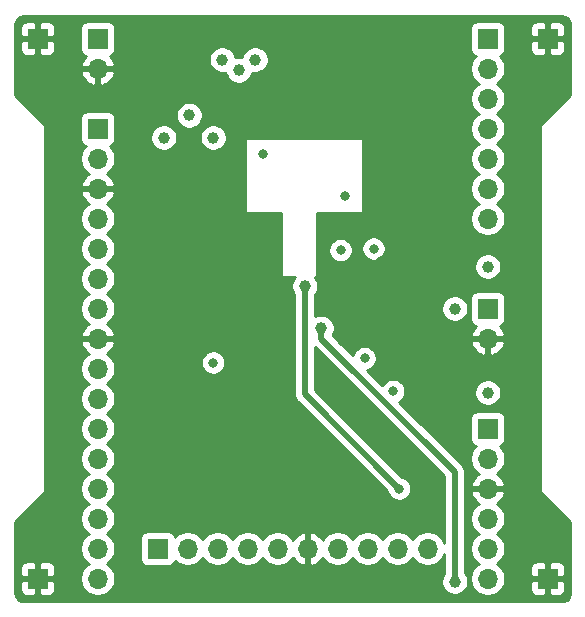
<source format=gbr>
%TF.GenerationSoftware,KiCad,Pcbnew,(5.1.10-1-10_14)*%
%TF.CreationDate,2022-01-24T14:54:24+11:00*%
%TF.ProjectId,STM32L431CBT6_BO,53544d33-324c-4343-9331-434254365f42,rev?*%
%TF.SameCoordinates,Original*%
%TF.FileFunction,Copper,L4,Bot*%
%TF.FilePolarity,Positive*%
%FSLAX46Y46*%
G04 Gerber Fmt 4.6, Leading zero omitted, Abs format (unit mm)*
G04 Created by KiCad (PCBNEW (5.1.10-1-10_14)) date 2022-01-24 14:54:24*
%MOMM*%
%LPD*%
G01*
G04 APERTURE LIST*
%TA.AperFunction,ComponentPad*%
%ADD10O,1.700000X1.700000*%
%TD*%
%TA.AperFunction,ComponentPad*%
%ADD11R,1.700000X1.700000*%
%TD*%
%TA.AperFunction,ViaPad*%
%ADD12C,0.800000*%
%TD*%
%TA.AperFunction,ViaPad*%
%ADD13C,1.000000*%
%TD*%
%TA.AperFunction,Conductor*%
%ADD14C,0.500000*%
%TD*%
%TA.AperFunction,Conductor*%
%ADD15C,0.254000*%
%TD*%
%TA.AperFunction,Conductor*%
%ADD16C,0.100000*%
%TD*%
G04 APERTURE END LIST*
D10*
%TO.P,J6,10*%
%TO.N,PA12*%
X182880000Y-81280000D03*
%TO.P,J6,9*%
%TO.N,PA11*%
X180340000Y-81280000D03*
%TO.P,J6,8*%
%TO.N,USART_Rx*%
X177800000Y-81280000D03*
%TO.P,J6,7*%
%TO.N,USART_Tx*%
X175260000Y-81280000D03*
%TO.P,J6,6*%
%TO.N,GND*%
X172720000Y-81280000D03*
%TO.P,J6,5*%
%TO.N,PA8*%
X170180000Y-81280000D03*
%TO.P,J6,4*%
%TO.N,PB15*%
X167640000Y-81280000D03*
%TO.P,J6,3*%
%TO.N,PB14*%
X165100000Y-81280000D03*
%TO.P,J6,2*%
%TO.N,PB13*%
X162560000Y-81280000D03*
D11*
%TO.P,J6,1*%
%TO.N,PB12*%
X160020000Y-81280000D03*
%TD*%
%TO.P,J9,1*%
%TO.N,GND*%
X193040000Y-83820000D03*
%TD*%
%TO.P,J1,1*%
%TO.N,Net-(D1-Pad2)*%
X154940000Y-38100000D03*
D10*
%TO.P,J1,2*%
%TO.N,GND*%
X154940000Y-40640000D03*
%TD*%
%TO.P,J2,2*%
%TO.N,GND*%
X187960000Y-63500000D03*
D11*
%TO.P,J2,1*%
%TO.N,+3V3*%
X187960000Y-60960000D03*
%TD*%
%TO.P,J3,1*%
%TO.N,PB9*%
X187960000Y-38100000D03*
D10*
%TO.P,J3,2*%
%TO.N,PB8*%
X187960000Y-40640000D03*
%TO.P,J3,3*%
%TO.N,BOOT*%
X187960000Y-43180000D03*
%TO.P,J3,4*%
%TO.N,I2C1_SDA*%
X187960000Y-45720000D03*
%TO.P,J3,5*%
%TO.N,I2C1_SCL*%
X187960000Y-48260000D03*
%TO.P,J3,6*%
%TO.N,PB5*%
X187960000Y-50800000D03*
%TO.P,J3,7*%
%TO.N,PB4*%
X187960000Y-53340000D03*
%TD*%
D11*
%TO.P,J4,1*%
%TO.N,+3.3VA*%
X154940000Y-45720000D03*
D10*
%TO.P,J4,2*%
%TO.N,ADC1_IN5*%
X154940000Y-48260000D03*
%TO.P,J4,3*%
%TO.N,GND*%
X154940000Y-50800000D03*
%TO.P,J4,4*%
%TO.N,PA1*%
X154940000Y-53340000D03*
%TO.P,J4,5*%
%TO.N,PA2*%
X154940000Y-55880000D03*
%TO.P,J4,6*%
%TO.N,PA3*%
X154940000Y-58420000D03*
%TO.P,J4,7*%
%TO.N,DAC1_OUT1*%
X154940000Y-60960000D03*
%TO.P,J4,8*%
%TO.N,GND*%
X154940000Y-63500000D03*
%TO.P,J4,9*%
%TO.N,PA5*%
X154940000Y-66040000D03*
%TO.P,J4,10*%
%TO.N,PA6*%
X154940000Y-68580000D03*
%TO.P,J4,11*%
%TO.N,PA7*%
X154940000Y-71120000D03*
%TO.P,J4,12*%
%TO.N,PB0*%
X154940000Y-73660000D03*
%TO.P,J4,13*%
%TO.N,PB1*%
X154940000Y-76200000D03*
%TO.P,J4,14*%
%TO.N,PB2*%
X154940000Y-78740000D03*
%TO.P,J4,15*%
%TO.N,USART3_Tx*%
X154940000Y-81280000D03*
%TO.P,J4,16*%
%TO.N,USART3_Rx*%
X154940000Y-83820000D03*
%TD*%
D11*
%TO.P,J5,1*%
%TO.N,+3V3*%
X187960000Y-71120000D03*
D10*
%TO.P,J5,2*%
%TO.N,SWCLK*%
X187960000Y-73660000D03*
%TO.P,J5,3*%
%TO.N,GND*%
X187960000Y-76200000D03*
%TO.P,J5,4*%
%TO.N,SWDIO*%
X187960000Y-78740000D03*
%TO.P,J5,5*%
%TO.N,NRST*%
X187960000Y-81280000D03*
%TO.P,J5,6*%
%TO.N,SWO*%
X187960000Y-83820000D03*
%TD*%
D11*
%TO.P,J7,1*%
%TO.N,GND*%
X193040000Y-38100000D03*
%TD*%
%TO.P,J8,1*%
%TO.N,GND*%
X149860000Y-38100000D03*
%TD*%
%TO.P,J10,1*%
%TO.N,GND*%
X149860000Y-83820000D03*
%TD*%
D12*
%TO.N,GND*%
X157480000Y-52324000D03*
X183134000Y-46228000D03*
%TO.N,+3V3*%
X178308000Y-55880000D03*
D13*
X166878000Y-40767000D03*
X168275000Y-39878000D03*
X165481000Y-39878000D03*
X162687000Y-44577000D03*
X160528000Y-46482000D03*
X164719000Y-46482000D03*
D12*
X175514000Y-56007000D03*
D13*
X185166000Y-60960000D03*
X187960000Y-57404000D03*
X187960000Y-68072000D03*
%TO.N,GND*%
X157988000Y-60833000D03*
X172720000Y-78740000D03*
X187960000Y-66421000D03*
X185293000Y-63500000D03*
X192786000Y-40894000D03*
X194437000Y-40894000D03*
X150495000Y-81153000D03*
X148717000Y-81153000D03*
X193929000Y-79375000D03*
X193929000Y-81153000D03*
%TO.N,SWO*%
X185166000Y-84074000D03*
D12*
%TO.N,NRST*%
X180467000Y-76200000D03*
%TO.N,GND*%
X179197000Y-77470000D03*
D13*
X170688000Y-59055000D03*
%TO.N,NRST*%
X172466000Y-59055000D03*
%TO.N,SWO*%
X173863000Y-62611000D03*
D12*
%TO.N,+3V3*%
X177546000Y-65151000D03*
X179959000Y-67945000D03*
X164719000Y-65532000D03*
D13*
%TO.N,GND*%
X149225000Y-40767000D03*
X150749000Y-40767000D03*
X157607000Y-40005000D03*
X157607000Y-42545000D03*
X157607000Y-41275000D03*
D12*
X161607500Y-50927000D03*
X175260000Y-39941500D03*
X163131500Y-50927000D03*
X163893500Y-64706500D03*
X183515000Y-61722000D03*
X174752000Y-67818000D03*
X178054000Y-69469000D03*
X178943000Y-56896000D03*
X166370000Y-54102000D03*
X177546000Y-54610000D03*
X175895000Y-51435000D03*
X168910000Y-47879000D03*
X184912000Y-72771000D03*
X167640000Y-43180000D03*
X172720000Y-43180000D03*
X177800000Y-43180000D03*
X172720000Y-40640000D03*
X179070000Y-40640000D03*
X181610000Y-38100000D03*
X179070000Y-38100000D03*
X179070000Y-46990000D03*
X179070000Y-49530000D03*
X179070000Y-52070000D03*
X179070000Y-54610000D03*
X172720000Y-43180000D03*
X172720000Y-45720000D03*
X177800000Y-45720000D03*
X167640000Y-45720000D03*
X162560000Y-40640000D03*
X160020000Y-43180000D03*
X165100000Y-43180000D03*
X167640000Y-43180000D03*
X158750000Y-53975000D03*
X159258000Y-59817000D03*
X162560000Y-68580000D03*
X166370000Y-68580000D03*
X166370000Y-72390000D03*
X162560000Y-72390000D03*
X162560000Y-76200000D03*
X160020000Y-78740000D03*
X149098000Y-78994000D03*
X173990000Y-72390000D03*
X179070000Y-71120000D03*
X182880000Y-74930000D03*
X182753000Y-70612000D03*
X158115000Y-85090000D03*
X191135000Y-68580000D03*
X184150000Y-67310000D03*
X184785000Y-59055000D03*
X190500000Y-57150000D03*
X183515000Y-48006000D03*
X183515000Y-42418000D03*
X183515000Y-39624000D03*
X194056000Y-42672000D03*
X149098000Y-42926000D03*
X151638000Y-42926000D03*
X183896000Y-51054000D03*
X184912000Y-52578000D03*
X157988000Y-74422000D03*
%TD*%
D14*
%TO.N,NRST*%
X172466000Y-68199000D02*
X172466000Y-59055000D01*
X180467000Y-76200000D02*
X172466000Y-68199000D01*
%TO.N,SWO*%
X173863000Y-62611000D02*
X173863000Y-63500000D01*
X185166000Y-74803000D02*
X185166000Y-84074000D01*
X173863000Y-63500000D02*
X185166000Y-74803000D01*
%TD*%
D15*
%TO.N,GND*%
X194427869Y-36234722D02*
X194541246Y-36268953D01*
X194645819Y-36324555D01*
X194737596Y-36399407D01*
X194813091Y-36490664D01*
X194869419Y-36594844D01*
X194904440Y-36707976D01*
X194920000Y-36856022D01*
X194920001Y-42906618D01*
X192596236Y-45230384D01*
X192571052Y-45251052D01*
X192550386Y-45276234D01*
X192488575Y-45351550D01*
X192467694Y-45390617D01*
X192427290Y-45466208D01*
X192389550Y-45590618D01*
X192380000Y-45687582D01*
X192380000Y-45687591D01*
X192376808Y-45720000D01*
X192380000Y-45752409D01*
X192380001Y-76167581D01*
X192376808Y-76200000D01*
X192380001Y-76232418D01*
X192380001Y-76232419D01*
X192389551Y-76329383D01*
X192394671Y-76346260D01*
X192427290Y-76453792D01*
X192488575Y-76568450D01*
X192550386Y-76643766D01*
X192550388Y-76643768D01*
X192571053Y-76668948D01*
X192596232Y-76689612D01*
X194920000Y-79013381D01*
X194920001Y-85057711D01*
X194905278Y-85207869D01*
X194871047Y-85321246D01*
X194815446Y-85425817D01*
X194740594Y-85517595D01*
X194649335Y-85593091D01*
X194545160Y-85649419D01*
X194432024Y-85684440D01*
X194283979Y-85700000D01*
X148622279Y-85700000D01*
X148472131Y-85685278D01*
X148358754Y-85651047D01*
X148254183Y-85595446D01*
X148162405Y-85520594D01*
X148086909Y-85429335D01*
X148030581Y-85325160D01*
X147995560Y-85212024D01*
X147980000Y-85063979D01*
X147980000Y-84670000D01*
X148371928Y-84670000D01*
X148384188Y-84794482D01*
X148420498Y-84914180D01*
X148479463Y-85024494D01*
X148558815Y-85121185D01*
X148655506Y-85200537D01*
X148765820Y-85259502D01*
X148885518Y-85295812D01*
X149010000Y-85308072D01*
X149574250Y-85305000D01*
X149733000Y-85146250D01*
X149733000Y-83947000D01*
X149987000Y-83947000D01*
X149987000Y-85146250D01*
X150145750Y-85305000D01*
X150710000Y-85308072D01*
X150834482Y-85295812D01*
X150954180Y-85259502D01*
X151064494Y-85200537D01*
X151161185Y-85121185D01*
X151240537Y-85024494D01*
X151299502Y-84914180D01*
X151335812Y-84794482D01*
X151348072Y-84670000D01*
X151345000Y-84105750D01*
X151186250Y-83947000D01*
X149987000Y-83947000D01*
X149733000Y-83947000D01*
X148533750Y-83947000D01*
X148375000Y-84105750D01*
X148371928Y-84670000D01*
X147980000Y-84670000D01*
X147980000Y-82970000D01*
X148371928Y-82970000D01*
X148375000Y-83534250D01*
X148533750Y-83693000D01*
X149733000Y-83693000D01*
X149733000Y-82493750D01*
X149987000Y-82493750D01*
X149987000Y-83693000D01*
X151186250Y-83693000D01*
X151345000Y-83534250D01*
X151348072Y-82970000D01*
X151335812Y-82845518D01*
X151299502Y-82725820D01*
X151240537Y-82615506D01*
X151161185Y-82518815D01*
X151064494Y-82439463D01*
X150954180Y-82380498D01*
X150834482Y-82344188D01*
X150710000Y-82331928D01*
X150145750Y-82335000D01*
X149987000Y-82493750D01*
X149733000Y-82493750D01*
X149574250Y-82335000D01*
X149010000Y-82331928D01*
X148885518Y-82344188D01*
X148765820Y-82380498D01*
X148655506Y-82439463D01*
X148558815Y-82518815D01*
X148479463Y-82615506D01*
X148420498Y-82725820D01*
X148384188Y-82845518D01*
X148371928Y-82970000D01*
X147980000Y-82970000D01*
X147980000Y-79013380D01*
X150303770Y-76689611D01*
X150328948Y-76668948D01*
X150349615Y-76643766D01*
X150411424Y-76568451D01*
X150411425Y-76568450D01*
X150472710Y-76453793D01*
X150510450Y-76329383D01*
X150520000Y-76232419D01*
X150520000Y-76232410D01*
X150523192Y-76200001D01*
X150520000Y-76167592D01*
X150520000Y-65893740D01*
X153455000Y-65893740D01*
X153455000Y-66186260D01*
X153512068Y-66473158D01*
X153624010Y-66743411D01*
X153786525Y-66986632D01*
X153993368Y-67193475D01*
X154167760Y-67310000D01*
X153993368Y-67426525D01*
X153786525Y-67633368D01*
X153624010Y-67876589D01*
X153512068Y-68146842D01*
X153455000Y-68433740D01*
X153455000Y-68726260D01*
X153512068Y-69013158D01*
X153624010Y-69283411D01*
X153786525Y-69526632D01*
X153993368Y-69733475D01*
X154167760Y-69850000D01*
X153993368Y-69966525D01*
X153786525Y-70173368D01*
X153624010Y-70416589D01*
X153512068Y-70686842D01*
X153455000Y-70973740D01*
X153455000Y-71266260D01*
X153512068Y-71553158D01*
X153624010Y-71823411D01*
X153786525Y-72066632D01*
X153993368Y-72273475D01*
X154167760Y-72390000D01*
X153993368Y-72506525D01*
X153786525Y-72713368D01*
X153624010Y-72956589D01*
X153512068Y-73226842D01*
X153455000Y-73513740D01*
X153455000Y-73806260D01*
X153512068Y-74093158D01*
X153624010Y-74363411D01*
X153786525Y-74606632D01*
X153993368Y-74813475D01*
X154167760Y-74930000D01*
X153993368Y-75046525D01*
X153786525Y-75253368D01*
X153624010Y-75496589D01*
X153512068Y-75766842D01*
X153455000Y-76053740D01*
X153455000Y-76346260D01*
X153512068Y-76633158D01*
X153624010Y-76903411D01*
X153786525Y-77146632D01*
X153993368Y-77353475D01*
X154167760Y-77470000D01*
X153993368Y-77586525D01*
X153786525Y-77793368D01*
X153624010Y-78036589D01*
X153512068Y-78306842D01*
X153455000Y-78593740D01*
X153455000Y-78886260D01*
X153512068Y-79173158D01*
X153624010Y-79443411D01*
X153786525Y-79686632D01*
X153993368Y-79893475D01*
X154167760Y-80010000D01*
X153993368Y-80126525D01*
X153786525Y-80333368D01*
X153624010Y-80576589D01*
X153512068Y-80846842D01*
X153455000Y-81133740D01*
X153455000Y-81426260D01*
X153512068Y-81713158D01*
X153624010Y-81983411D01*
X153786525Y-82226632D01*
X153993368Y-82433475D01*
X154167760Y-82550000D01*
X153993368Y-82666525D01*
X153786525Y-82873368D01*
X153624010Y-83116589D01*
X153512068Y-83386842D01*
X153455000Y-83673740D01*
X153455000Y-83966260D01*
X153512068Y-84253158D01*
X153624010Y-84523411D01*
X153786525Y-84766632D01*
X153993368Y-84973475D01*
X154236589Y-85135990D01*
X154506842Y-85247932D01*
X154793740Y-85305000D01*
X155086260Y-85305000D01*
X155373158Y-85247932D01*
X155643411Y-85135990D01*
X155886632Y-84973475D01*
X156093475Y-84766632D01*
X156255990Y-84523411D01*
X156367932Y-84253158D01*
X156425000Y-83966260D01*
X156425000Y-83673740D01*
X156367932Y-83386842D01*
X156255990Y-83116589D01*
X156093475Y-82873368D01*
X155886632Y-82666525D01*
X155712240Y-82550000D01*
X155886632Y-82433475D01*
X156093475Y-82226632D01*
X156255990Y-81983411D01*
X156367932Y-81713158D01*
X156425000Y-81426260D01*
X156425000Y-81133740D01*
X156367932Y-80846842D01*
X156255990Y-80576589D01*
X156158043Y-80430000D01*
X158531928Y-80430000D01*
X158531928Y-82130000D01*
X158544188Y-82254482D01*
X158580498Y-82374180D01*
X158639463Y-82484494D01*
X158718815Y-82581185D01*
X158815506Y-82660537D01*
X158925820Y-82719502D01*
X159045518Y-82755812D01*
X159170000Y-82768072D01*
X160870000Y-82768072D01*
X160994482Y-82755812D01*
X161114180Y-82719502D01*
X161224494Y-82660537D01*
X161321185Y-82581185D01*
X161400537Y-82484494D01*
X161459502Y-82374180D01*
X161481513Y-82301620D01*
X161613368Y-82433475D01*
X161856589Y-82595990D01*
X162126842Y-82707932D01*
X162413740Y-82765000D01*
X162706260Y-82765000D01*
X162993158Y-82707932D01*
X163263411Y-82595990D01*
X163506632Y-82433475D01*
X163713475Y-82226632D01*
X163830000Y-82052240D01*
X163946525Y-82226632D01*
X164153368Y-82433475D01*
X164396589Y-82595990D01*
X164666842Y-82707932D01*
X164953740Y-82765000D01*
X165246260Y-82765000D01*
X165533158Y-82707932D01*
X165803411Y-82595990D01*
X166046632Y-82433475D01*
X166253475Y-82226632D01*
X166370000Y-82052240D01*
X166486525Y-82226632D01*
X166693368Y-82433475D01*
X166936589Y-82595990D01*
X167206842Y-82707932D01*
X167493740Y-82765000D01*
X167786260Y-82765000D01*
X168073158Y-82707932D01*
X168343411Y-82595990D01*
X168586632Y-82433475D01*
X168793475Y-82226632D01*
X168910000Y-82052240D01*
X169026525Y-82226632D01*
X169233368Y-82433475D01*
X169476589Y-82595990D01*
X169746842Y-82707932D01*
X170033740Y-82765000D01*
X170326260Y-82765000D01*
X170613158Y-82707932D01*
X170883411Y-82595990D01*
X171126632Y-82433475D01*
X171333475Y-82226632D01*
X171455195Y-82044466D01*
X171524822Y-82161355D01*
X171719731Y-82377588D01*
X171953080Y-82551641D01*
X172215901Y-82676825D01*
X172363110Y-82721476D01*
X172593000Y-82600155D01*
X172593000Y-81407000D01*
X172573000Y-81407000D01*
X172573000Y-81153000D01*
X172593000Y-81153000D01*
X172593000Y-79959845D01*
X172363110Y-79838524D01*
X172215901Y-79883175D01*
X171953080Y-80008359D01*
X171719731Y-80182412D01*
X171524822Y-80398645D01*
X171455195Y-80515534D01*
X171333475Y-80333368D01*
X171126632Y-80126525D01*
X170883411Y-79964010D01*
X170613158Y-79852068D01*
X170326260Y-79795000D01*
X170033740Y-79795000D01*
X169746842Y-79852068D01*
X169476589Y-79964010D01*
X169233368Y-80126525D01*
X169026525Y-80333368D01*
X168910000Y-80507760D01*
X168793475Y-80333368D01*
X168586632Y-80126525D01*
X168343411Y-79964010D01*
X168073158Y-79852068D01*
X167786260Y-79795000D01*
X167493740Y-79795000D01*
X167206842Y-79852068D01*
X166936589Y-79964010D01*
X166693368Y-80126525D01*
X166486525Y-80333368D01*
X166370000Y-80507760D01*
X166253475Y-80333368D01*
X166046632Y-80126525D01*
X165803411Y-79964010D01*
X165533158Y-79852068D01*
X165246260Y-79795000D01*
X164953740Y-79795000D01*
X164666842Y-79852068D01*
X164396589Y-79964010D01*
X164153368Y-80126525D01*
X163946525Y-80333368D01*
X163830000Y-80507760D01*
X163713475Y-80333368D01*
X163506632Y-80126525D01*
X163263411Y-79964010D01*
X162993158Y-79852068D01*
X162706260Y-79795000D01*
X162413740Y-79795000D01*
X162126842Y-79852068D01*
X161856589Y-79964010D01*
X161613368Y-80126525D01*
X161481513Y-80258380D01*
X161459502Y-80185820D01*
X161400537Y-80075506D01*
X161321185Y-79978815D01*
X161224494Y-79899463D01*
X161114180Y-79840498D01*
X160994482Y-79804188D01*
X160870000Y-79791928D01*
X159170000Y-79791928D01*
X159045518Y-79804188D01*
X158925820Y-79840498D01*
X158815506Y-79899463D01*
X158718815Y-79978815D01*
X158639463Y-80075506D01*
X158580498Y-80185820D01*
X158544188Y-80305518D01*
X158531928Y-80430000D01*
X156158043Y-80430000D01*
X156093475Y-80333368D01*
X155886632Y-80126525D01*
X155712240Y-80010000D01*
X155886632Y-79893475D01*
X156093475Y-79686632D01*
X156255990Y-79443411D01*
X156367932Y-79173158D01*
X156425000Y-78886260D01*
X156425000Y-78593740D01*
X156367932Y-78306842D01*
X156255990Y-78036589D01*
X156093475Y-77793368D01*
X155886632Y-77586525D01*
X155712240Y-77470000D01*
X155886632Y-77353475D01*
X156093475Y-77146632D01*
X156255990Y-76903411D01*
X156367932Y-76633158D01*
X156425000Y-76346260D01*
X156425000Y-76053740D01*
X156367932Y-75766842D01*
X156255990Y-75496589D01*
X156093475Y-75253368D01*
X155886632Y-75046525D01*
X155712240Y-74930000D01*
X155886632Y-74813475D01*
X156093475Y-74606632D01*
X156255990Y-74363411D01*
X156367932Y-74093158D01*
X156425000Y-73806260D01*
X156425000Y-73513740D01*
X156367932Y-73226842D01*
X156255990Y-72956589D01*
X156093475Y-72713368D01*
X155886632Y-72506525D01*
X155712240Y-72390000D01*
X155886632Y-72273475D01*
X156093475Y-72066632D01*
X156255990Y-71823411D01*
X156367932Y-71553158D01*
X156425000Y-71266260D01*
X156425000Y-70973740D01*
X156367932Y-70686842D01*
X156255990Y-70416589D01*
X156093475Y-70173368D01*
X155886632Y-69966525D01*
X155712240Y-69850000D01*
X155886632Y-69733475D01*
X156093475Y-69526632D01*
X156255990Y-69283411D01*
X156367932Y-69013158D01*
X156425000Y-68726260D01*
X156425000Y-68433740D01*
X156367932Y-68146842D01*
X156255990Y-67876589D01*
X156093475Y-67633368D01*
X155886632Y-67426525D01*
X155712240Y-67310000D01*
X155886632Y-67193475D01*
X156093475Y-66986632D01*
X156255990Y-66743411D01*
X156367932Y-66473158D01*
X156425000Y-66186260D01*
X156425000Y-65893740D01*
X156367932Y-65606842D01*
X156294708Y-65430061D01*
X163684000Y-65430061D01*
X163684000Y-65633939D01*
X163723774Y-65833898D01*
X163801795Y-66022256D01*
X163915063Y-66191774D01*
X164059226Y-66335937D01*
X164228744Y-66449205D01*
X164417102Y-66527226D01*
X164617061Y-66567000D01*
X164820939Y-66567000D01*
X165020898Y-66527226D01*
X165209256Y-66449205D01*
X165378774Y-66335937D01*
X165522937Y-66191774D01*
X165636205Y-66022256D01*
X165714226Y-65833898D01*
X165754000Y-65633939D01*
X165754000Y-65430061D01*
X165714226Y-65230102D01*
X165636205Y-65041744D01*
X165522937Y-64872226D01*
X165378774Y-64728063D01*
X165209256Y-64614795D01*
X165020898Y-64536774D01*
X164820939Y-64497000D01*
X164617061Y-64497000D01*
X164417102Y-64536774D01*
X164228744Y-64614795D01*
X164059226Y-64728063D01*
X163915063Y-64872226D01*
X163801795Y-65041744D01*
X163723774Y-65230102D01*
X163684000Y-65430061D01*
X156294708Y-65430061D01*
X156255990Y-65336589D01*
X156093475Y-65093368D01*
X155886632Y-64886525D01*
X155704466Y-64764805D01*
X155821355Y-64695178D01*
X156037588Y-64500269D01*
X156211641Y-64266920D01*
X156336825Y-64004099D01*
X156381476Y-63856890D01*
X156260155Y-63627000D01*
X155067000Y-63627000D01*
X155067000Y-63647000D01*
X154813000Y-63647000D01*
X154813000Y-63627000D01*
X153619845Y-63627000D01*
X153498524Y-63856890D01*
X153543175Y-64004099D01*
X153668359Y-64266920D01*
X153842412Y-64500269D01*
X154058645Y-64695178D01*
X154175534Y-64764805D01*
X153993368Y-64886525D01*
X153786525Y-65093368D01*
X153624010Y-65336589D01*
X153512068Y-65606842D01*
X153455000Y-65893740D01*
X150520000Y-65893740D01*
X150520000Y-53193740D01*
X153455000Y-53193740D01*
X153455000Y-53486260D01*
X153512068Y-53773158D01*
X153624010Y-54043411D01*
X153786525Y-54286632D01*
X153993368Y-54493475D01*
X154167760Y-54610000D01*
X153993368Y-54726525D01*
X153786525Y-54933368D01*
X153624010Y-55176589D01*
X153512068Y-55446842D01*
X153455000Y-55733740D01*
X153455000Y-56026260D01*
X153512068Y-56313158D01*
X153624010Y-56583411D01*
X153786525Y-56826632D01*
X153993368Y-57033475D01*
X154167760Y-57150000D01*
X153993368Y-57266525D01*
X153786525Y-57473368D01*
X153624010Y-57716589D01*
X153512068Y-57986842D01*
X153455000Y-58273740D01*
X153455000Y-58566260D01*
X153512068Y-58853158D01*
X153624010Y-59123411D01*
X153786525Y-59366632D01*
X153993368Y-59573475D01*
X154167760Y-59690000D01*
X153993368Y-59806525D01*
X153786525Y-60013368D01*
X153624010Y-60256589D01*
X153512068Y-60526842D01*
X153455000Y-60813740D01*
X153455000Y-61106260D01*
X153512068Y-61393158D01*
X153624010Y-61663411D01*
X153786525Y-61906632D01*
X153993368Y-62113475D01*
X154175534Y-62235195D01*
X154058645Y-62304822D01*
X153842412Y-62499731D01*
X153668359Y-62733080D01*
X153543175Y-62995901D01*
X153498524Y-63143110D01*
X153619845Y-63373000D01*
X154813000Y-63373000D01*
X154813000Y-63353000D01*
X155067000Y-63353000D01*
X155067000Y-63373000D01*
X156260155Y-63373000D01*
X156381476Y-63143110D01*
X156336825Y-62995901D01*
X156211641Y-62733080D01*
X156037588Y-62499731D01*
X155821355Y-62304822D01*
X155704466Y-62235195D01*
X155886632Y-62113475D01*
X156093475Y-61906632D01*
X156255990Y-61663411D01*
X156367932Y-61393158D01*
X156425000Y-61106260D01*
X156425000Y-60813740D01*
X156367932Y-60526842D01*
X156255990Y-60256589D01*
X156093475Y-60013368D01*
X155886632Y-59806525D01*
X155712240Y-59690000D01*
X155886632Y-59573475D01*
X156093475Y-59366632D01*
X156255990Y-59123411D01*
X156367932Y-58853158D01*
X156425000Y-58566260D01*
X156425000Y-58273740D01*
X156367932Y-57986842D01*
X156255990Y-57716589D01*
X156093475Y-57473368D01*
X155886632Y-57266525D01*
X155712240Y-57150000D01*
X155886632Y-57033475D01*
X156093475Y-56826632D01*
X156255990Y-56583411D01*
X156367932Y-56313158D01*
X156425000Y-56026260D01*
X156425000Y-55733740D01*
X156367932Y-55446842D01*
X156255990Y-55176589D01*
X156093475Y-54933368D01*
X155886632Y-54726525D01*
X155712240Y-54610000D01*
X155886632Y-54493475D01*
X156093475Y-54286632D01*
X156255990Y-54043411D01*
X156367932Y-53773158D01*
X156425000Y-53486260D01*
X156425000Y-53193740D01*
X156367932Y-52906842D01*
X156255990Y-52636589D01*
X156093475Y-52393368D01*
X155886632Y-52186525D01*
X155704466Y-52064805D01*
X155821355Y-51995178D01*
X156037588Y-51800269D01*
X156211641Y-51566920D01*
X156336825Y-51304099D01*
X156381476Y-51156890D01*
X156260155Y-50927000D01*
X155067000Y-50927000D01*
X155067000Y-50947000D01*
X154813000Y-50947000D01*
X154813000Y-50927000D01*
X153619845Y-50927000D01*
X153498524Y-51156890D01*
X153543175Y-51304099D01*
X153668359Y-51566920D01*
X153842412Y-51800269D01*
X154058645Y-51995178D01*
X154175534Y-52064805D01*
X153993368Y-52186525D01*
X153786525Y-52393368D01*
X153624010Y-52636589D01*
X153512068Y-52906842D01*
X153455000Y-53193740D01*
X150520000Y-53193740D01*
X150520000Y-45752408D01*
X150523192Y-45719999D01*
X150520000Y-45687590D01*
X150520000Y-45687581D01*
X150510450Y-45590617D01*
X150472710Y-45466207D01*
X150411425Y-45351550D01*
X150358320Y-45286842D01*
X150349613Y-45276232D01*
X150349612Y-45276231D01*
X150328948Y-45251052D01*
X150303769Y-45230388D01*
X149943381Y-44870000D01*
X153451928Y-44870000D01*
X153451928Y-46570000D01*
X153464188Y-46694482D01*
X153500498Y-46814180D01*
X153559463Y-46924494D01*
X153638815Y-47021185D01*
X153735506Y-47100537D01*
X153845820Y-47159502D01*
X153918380Y-47181513D01*
X153786525Y-47313368D01*
X153624010Y-47556589D01*
X153512068Y-47826842D01*
X153455000Y-48113740D01*
X153455000Y-48406260D01*
X153512068Y-48693158D01*
X153624010Y-48963411D01*
X153786525Y-49206632D01*
X153993368Y-49413475D01*
X154175534Y-49535195D01*
X154058645Y-49604822D01*
X153842412Y-49799731D01*
X153668359Y-50033080D01*
X153543175Y-50295901D01*
X153498524Y-50443110D01*
X153619845Y-50673000D01*
X154813000Y-50673000D01*
X154813000Y-50653000D01*
X155067000Y-50653000D01*
X155067000Y-50673000D01*
X156260155Y-50673000D01*
X156381476Y-50443110D01*
X156336825Y-50295901D01*
X156211641Y-50033080D01*
X156037588Y-49799731D01*
X155821355Y-49604822D01*
X155704466Y-49535195D01*
X155886632Y-49413475D01*
X156093475Y-49206632D01*
X156255990Y-48963411D01*
X156367932Y-48693158D01*
X156425000Y-48406260D01*
X156425000Y-48113740D01*
X156367932Y-47826842D01*
X156255990Y-47556589D01*
X156093475Y-47313368D01*
X155961620Y-47181513D01*
X156034180Y-47159502D01*
X156144494Y-47100537D01*
X156241185Y-47021185D01*
X156320537Y-46924494D01*
X156379502Y-46814180D01*
X156415812Y-46694482D01*
X156428072Y-46570000D01*
X156428072Y-46370212D01*
X159393000Y-46370212D01*
X159393000Y-46593788D01*
X159436617Y-46813067D01*
X159522176Y-47019624D01*
X159646388Y-47205520D01*
X159804480Y-47363612D01*
X159990376Y-47487824D01*
X160196933Y-47573383D01*
X160416212Y-47617000D01*
X160639788Y-47617000D01*
X160859067Y-47573383D01*
X161065624Y-47487824D01*
X161251520Y-47363612D01*
X161409612Y-47205520D01*
X161533824Y-47019624D01*
X161619383Y-46813067D01*
X161663000Y-46593788D01*
X161663000Y-46370212D01*
X163584000Y-46370212D01*
X163584000Y-46593788D01*
X163627617Y-46813067D01*
X163713176Y-47019624D01*
X163837388Y-47205520D01*
X163995480Y-47363612D01*
X164181376Y-47487824D01*
X164387933Y-47573383D01*
X164607212Y-47617000D01*
X164830788Y-47617000D01*
X165050067Y-47573383D01*
X165256624Y-47487824D01*
X165442520Y-47363612D01*
X165600612Y-47205520D01*
X165724824Y-47019624D01*
X165810383Y-46813067D01*
X165850974Y-46609000D01*
X167386000Y-46609000D01*
X167386000Y-52705000D01*
X167388440Y-52729776D01*
X167395667Y-52753601D01*
X167407403Y-52775557D01*
X167423197Y-52794803D01*
X167442443Y-52810597D01*
X167464399Y-52822333D01*
X167488224Y-52829560D01*
X167513000Y-52832000D01*
X170434000Y-52832000D01*
X170434000Y-58166000D01*
X170436440Y-58190776D01*
X170443667Y-58214601D01*
X170455403Y-58236557D01*
X170471197Y-58255803D01*
X170490443Y-58271597D01*
X170512399Y-58283333D01*
X170536224Y-58290560D01*
X170561000Y-58293000D01*
X171622868Y-58293000D01*
X171584388Y-58331480D01*
X171460176Y-58517376D01*
X171374617Y-58723933D01*
X171331000Y-58943212D01*
X171331000Y-59166788D01*
X171374617Y-59386067D01*
X171460176Y-59592624D01*
X171581001Y-59773451D01*
X171581000Y-68155531D01*
X171576719Y-68199000D01*
X171581000Y-68242469D01*
X171581000Y-68242476D01*
X171593805Y-68372489D01*
X171644411Y-68539312D01*
X171726589Y-68693058D01*
X171837183Y-68827817D01*
X171870956Y-68855534D01*
X179460465Y-76445044D01*
X179471774Y-76501898D01*
X179549795Y-76690256D01*
X179663063Y-76859774D01*
X179807226Y-77003937D01*
X179976744Y-77117205D01*
X180165102Y-77195226D01*
X180365061Y-77235000D01*
X180568939Y-77235000D01*
X180768898Y-77195226D01*
X180957256Y-77117205D01*
X181126774Y-77003937D01*
X181270937Y-76859774D01*
X181384205Y-76690256D01*
X181462226Y-76501898D01*
X181502000Y-76301939D01*
X181502000Y-76098061D01*
X181462226Y-75898102D01*
X181384205Y-75709744D01*
X181270937Y-75540226D01*
X181126774Y-75396063D01*
X180957256Y-75282795D01*
X180768898Y-75204774D01*
X180712044Y-75193465D01*
X173351000Y-67832422D01*
X173351000Y-64239578D01*
X184281000Y-75169579D01*
X184281001Y-80781824D01*
X184195990Y-80576589D01*
X184033475Y-80333368D01*
X183826632Y-80126525D01*
X183583411Y-79964010D01*
X183313158Y-79852068D01*
X183026260Y-79795000D01*
X182733740Y-79795000D01*
X182446842Y-79852068D01*
X182176589Y-79964010D01*
X181933368Y-80126525D01*
X181726525Y-80333368D01*
X181610000Y-80507760D01*
X181493475Y-80333368D01*
X181286632Y-80126525D01*
X181043411Y-79964010D01*
X180773158Y-79852068D01*
X180486260Y-79795000D01*
X180193740Y-79795000D01*
X179906842Y-79852068D01*
X179636589Y-79964010D01*
X179393368Y-80126525D01*
X179186525Y-80333368D01*
X179070000Y-80507760D01*
X178953475Y-80333368D01*
X178746632Y-80126525D01*
X178503411Y-79964010D01*
X178233158Y-79852068D01*
X177946260Y-79795000D01*
X177653740Y-79795000D01*
X177366842Y-79852068D01*
X177096589Y-79964010D01*
X176853368Y-80126525D01*
X176646525Y-80333368D01*
X176530000Y-80507760D01*
X176413475Y-80333368D01*
X176206632Y-80126525D01*
X175963411Y-79964010D01*
X175693158Y-79852068D01*
X175406260Y-79795000D01*
X175113740Y-79795000D01*
X174826842Y-79852068D01*
X174556589Y-79964010D01*
X174313368Y-80126525D01*
X174106525Y-80333368D01*
X173984805Y-80515534D01*
X173915178Y-80398645D01*
X173720269Y-80182412D01*
X173486920Y-80008359D01*
X173224099Y-79883175D01*
X173076890Y-79838524D01*
X172847000Y-79959845D01*
X172847000Y-81153000D01*
X172867000Y-81153000D01*
X172867000Y-81407000D01*
X172847000Y-81407000D01*
X172847000Y-82600155D01*
X173076890Y-82721476D01*
X173224099Y-82676825D01*
X173486920Y-82551641D01*
X173720269Y-82377588D01*
X173915178Y-82161355D01*
X173984805Y-82044466D01*
X174106525Y-82226632D01*
X174313368Y-82433475D01*
X174556589Y-82595990D01*
X174826842Y-82707932D01*
X175113740Y-82765000D01*
X175406260Y-82765000D01*
X175693158Y-82707932D01*
X175963411Y-82595990D01*
X176206632Y-82433475D01*
X176413475Y-82226632D01*
X176530000Y-82052240D01*
X176646525Y-82226632D01*
X176853368Y-82433475D01*
X177096589Y-82595990D01*
X177366842Y-82707932D01*
X177653740Y-82765000D01*
X177946260Y-82765000D01*
X178233158Y-82707932D01*
X178503411Y-82595990D01*
X178746632Y-82433475D01*
X178953475Y-82226632D01*
X179070000Y-82052240D01*
X179186525Y-82226632D01*
X179393368Y-82433475D01*
X179636589Y-82595990D01*
X179906842Y-82707932D01*
X180193740Y-82765000D01*
X180486260Y-82765000D01*
X180773158Y-82707932D01*
X181043411Y-82595990D01*
X181286632Y-82433475D01*
X181493475Y-82226632D01*
X181610000Y-82052240D01*
X181726525Y-82226632D01*
X181933368Y-82433475D01*
X182176589Y-82595990D01*
X182446842Y-82707932D01*
X182733740Y-82765000D01*
X183026260Y-82765000D01*
X183313158Y-82707932D01*
X183583411Y-82595990D01*
X183826632Y-82433475D01*
X184033475Y-82226632D01*
X184195990Y-81983411D01*
X184281001Y-81778176D01*
X184281001Y-83355549D01*
X184160176Y-83536376D01*
X184074617Y-83742933D01*
X184031000Y-83962212D01*
X184031000Y-84185788D01*
X184074617Y-84405067D01*
X184160176Y-84611624D01*
X184284388Y-84797520D01*
X184442480Y-84955612D01*
X184628376Y-85079824D01*
X184834933Y-85165383D01*
X185054212Y-85209000D01*
X185277788Y-85209000D01*
X185497067Y-85165383D01*
X185703624Y-85079824D01*
X185889520Y-84955612D01*
X186047612Y-84797520D01*
X186171824Y-84611624D01*
X186257383Y-84405067D01*
X186301000Y-84185788D01*
X186301000Y-83962212D01*
X186257383Y-83742933D01*
X186171824Y-83536376D01*
X186051000Y-83355550D01*
X186051000Y-78593740D01*
X186475000Y-78593740D01*
X186475000Y-78886260D01*
X186532068Y-79173158D01*
X186644010Y-79443411D01*
X186806525Y-79686632D01*
X187013368Y-79893475D01*
X187187760Y-80010000D01*
X187013368Y-80126525D01*
X186806525Y-80333368D01*
X186644010Y-80576589D01*
X186532068Y-80846842D01*
X186475000Y-81133740D01*
X186475000Y-81426260D01*
X186532068Y-81713158D01*
X186644010Y-81983411D01*
X186806525Y-82226632D01*
X187013368Y-82433475D01*
X187187760Y-82550000D01*
X187013368Y-82666525D01*
X186806525Y-82873368D01*
X186644010Y-83116589D01*
X186532068Y-83386842D01*
X186475000Y-83673740D01*
X186475000Y-83966260D01*
X186532068Y-84253158D01*
X186644010Y-84523411D01*
X186806525Y-84766632D01*
X187013368Y-84973475D01*
X187256589Y-85135990D01*
X187526842Y-85247932D01*
X187813740Y-85305000D01*
X188106260Y-85305000D01*
X188393158Y-85247932D01*
X188663411Y-85135990D01*
X188906632Y-84973475D01*
X189113475Y-84766632D01*
X189178042Y-84670000D01*
X191551928Y-84670000D01*
X191564188Y-84794482D01*
X191600498Y-84914180D01*
X191659463Y-85024494D01*
X191738815Y-85121185D01*
X191835506Y-85200537D01*
X191945820Y-85259502D01*
X192065518Y-85295812D01*
X192190000Y-85308072D01*
X192754250Y-85305000D01*
X192913000Y-85146250D01*
X192913000Y-83947000D01*
X193167000Y-83947000D01*
X193167000Y-85146250D01*
X193325750Y-85305000D01*
X193890000Y-85308072D01*
X194014482Y-85295812D01*
X194134180Y-85259502D01*
X194244494Y-85200537D01*
X194341185Y-85121185D01*
X194420537Y-85024494D01*
X194479502Y-84914180D01*
X194515812Y-84794482D01*
X194528072Y-84670000D01*
X194525000Y-84105750D01*
X194366250Y-83947000D01*
X193167000Y-83947000D01*
X192913000Y-83947000D01*
X191713750Y-83947000D01*
X191555000Y-84105750D01*
X191551928Y-84670000D01*
X189178042Y-84670000D01*
X189275990Y-84523411D01*
X189387932Y-84253158D01*
X189445000Y-83966260D01*
X189445000Y-83673740D01*
X189387932Y-83386842D01*
X189275990Y-83116589D01*
X189178043Y-82970000D01*
X191551928Y-82970000D01*
X191555000Y-83534250D01*
X191713750Y-83693000D01*
X192913000Y-83693000D01*
X192913000Y-82493750D01*
X193167000Y-82493750D01*
X193167000Y-83693000D01*
X194366250Y-83693000D01*
X194525000Y-83534250D01*
X194528072Y-82970000D01*
X194515812Y-82845518D01*
X194479502Y-82725820D01*
X194420537Y-82615506D01*
X194341185Y-82518815D01*
X194244494Y-82439463D01*
X194134180Y-82380498D01*
X194014482Y-82344188D01*
X193890000Y-82331928D01*
X193325750Y-82335000D01*
X193167000Y-82493750D01*
X192913000Y-82493750D01*
X192754250Y-82335000D01*
X192190000Y-82331928D01*
X192065518Y-82344188D01*
X191945820Y-82380498D01*
X191835506Y-82439463D01*
X191738815Y-82518815D01*
X191659463Y-82615506D01*
X191600498Y-82725820D01*
X191564188Y-82845518D01*
X191551928Y-82970000D01*
X189178043Y-82970000D01*
X189113475Y-82873368D01*
X188906632Y-82666525D01*
X188732240Y-82550000D01*
X188906632Y-82433475D01*
X189113475Y-82226632D01*
X189275990Y-81983411D01*
X189387932Y-81713158D01*
X189445000Y-81426260D01*
X189445000Y-81133740D01*
X189387932Y-80846842D01*
X189275990Y-80576589D01*
X189113475Y-80333368D01*
X188906632Y-80126525D01*
X188732240Y-80010000D01*
X188906632Y-79893475D01*
X189113475Y-79686632D01*
X189275990Y-79443411D01*
X189387932Y-79173158D01*
X189445000Y-78886260D01*
X189445000Y-78593740D01*
X189387932Y-78306842D01*
X189275990Y-78036589D01*
X189113475Y-77793368D01*
X188906632Y-77586525D01*
X188724466Y-77464805D01*
X188841355Y-77395178D01*
X189057588Y-77200269D01*
X189231641Y-76966920D01*
X189356825Y-76704099D01*
X189401476Y-76556890D01*
X189280155Y-76327000D01*
X188087000Y-76327000D01*
X188087000Y-76347000D01*
X187833000Y-76347000D01*
X187833000Y-76327000D01*
X186639845Y-76327000D01*
X186518524Y-76556890D01*
X186563175Y-76704099D01*
X186688359Y-76966920D01*
X186862412Y-77200269D01*
X187078645Y-77395178D01*
X187195534Y-77464805D01*
X187013368Y-77586525D01*
X186806525Y-77793368D01*
X186644010Y-78036589D01*
X186532068Y-78306842D01*
X186475000Y-78593740D01*
X186051000Y-78593740D01*
X186051000Y-74846469D01*
X186055281Y-74803000D01*
X186051000Y-74759531D01*
X186051000Y-74759523D01*
X186038195Y-74629510D01*
X185987589Y-74462687D01*
X185905411Y-74308941D01*
X185794817Y-74174183D01*
X185761051Y-74146472D01*
X181884579Y-70270000D01*
X186471928Y-70270000D01*
X186471928Y-71970000D01*
X186484188Y-72094482D01*
X186520498Y-72214180D01*
X186579463Y-72324494D01*
X186658815Y-72421185D01*
X186755506Y-72500537D01*
X186865820Y-72559502D01*
X186938380Y-72581513D01*
X186806525Y-72713368D01*
X186644010Y-72956589D01*
X186532068Y-73226842D01*
X186475000Y-73513740D01*
X186475000Y-73806260D01*
X186532068Y-74093158D01*
X186644010Y-74363411D01*
X186806525Y-74606632D01*
X187013368Y-74813475D01*
X187195534Y-74935195D01*
X187078645Y-75004822D01*
X186862412Y-75199731D01*
X186688359Y-75433080D01*
X186563175Y-75695901D01*
X186518524Y-75843110D01*
X186639845Y-76073000D01*
X187833000Y-76073000D01*
X187833000Y-76053000D01*
X188087000Y-76053000D01*
X188087000Y-76073000D01*
X189280155Y-76073000D01*
X189401476Y-75843110D01*
X189356825Y-75695901D01*
X189231641Y-75433080D01*
X189057588Y-75199731D01*
X188841355Y-75004822D01*
X188724466Y-74935195D01*
X188906632Y-74813475D01*
X189113475Y-74606632D01*
X189275990Y-74363411D01*
X189387932Y-74093158D01*
X189445000Y-73806260D01*
X189445000Y-73513740D01*
X189387932Y-73226842D01*
X189275990Y-72956589D01*
X189113475Y-72713368D01*
X188981620Y-72581513D01*
X189054180Y-72559502D01*
X189164494Y-72500537D01*
X189261185Y-72421185D01*
X189340537Y-72324494D01*
X189399502Y-72214180D01*
X189435812Y-72094482D01*
X189448072Y-71970000D01*
X189448072Y-70270000D01*
X189435812Y-70145518D01*
X189399502Y-70025820D01*
X189340537Y-69915506D01*
X189261185Y-69818815D01*
X189164494Y-69739463D01*
X189054180Y-69680498D01*
X188934482Y-69644188D01*
X188810000Y-69631928D01*
X187110000Y-69631928D01*
X186985518Y-69644188D01*
X186865820Y-69680498D01*
X186755506Y-69739463D01*
X186658815Y-69818815D01*
X186579463Y-69915506D01*
X186520498Y-70025820D01*
X186484188Y-70145518D01*
X186471928Y-70270000D01*
X181884579Y-70270000D01*
X180465758Y-68851179D01*
X180618774Y-68748937D01*
X180762937Y-68604774D01*
X180876205Y-68435256D01*
X180954226Y-68246898D01*
X180994000Y-68046939D01*
X180994000Y-67960212D01*
X186825000Y-67960212D01*
X186825000Y-68183788D01*
X186868617Y-68403067D01*
X186954176Y-68609624D01*
X187078388Y-68795520D01*
X187236480Y-68953612D01*
X187422376Y-69077824D01*
X187628933Y-69163383D01*
X187848212Y-69207000D01*
X188071788Y-69207000D01*
X188291067Y-69163383D01*
X188497624Y-69077824D01*
X188683520Y-68953612D01*
X188841612Y-68795520D01*
X188965824Y-68609624D01*
X189051383Y-68403067D01*
X189095000Y-68183788D01*
X189095000Y-67960212D01*
X189051383Y-67740933D01*
X188965824Y-67534376D01*
X188841612Y-67348480D01*
X188683520Y-67190388D01*
X188497624Y-67066176D01*
X188291067Y-66980617D01*
X188071788Y-66937000D01*
X187848212Y-66937000D01*
X187628933Y-66980617D01*
X187422376Y-67066176D01*
X187236480Y-67190388D01*
X187078388Y-67348480D01*
X186954176Y-67534376D01*
X186868617Y-67740933D01*
X186825000Y-67960212D01*
X180994000Y-67960212D01*
X180994000Y-67843061D01*
X180954226Y-67643102D01*
X180876205Y-67454744D01*
X180762937Y-67285226D01*
X180618774Y-67141063D01*
X180449256Y-67027795D01*
X180260898Y-66949774D01*
X180060939Y-66910000D01*
X179857061Y-66910000D01*
X179657102Y-66949774D01*
X179468744Y-67027795D01*
X179299226Y-67141063D01*
X179155063Y-67285226D01*
X179052821Y-67438243D01*
X177775254Y-66160676D01*
X177847898Y-66146226D01*
X178036256Y-66068205D01*
X178205774Y-65954937D01*
X178349937Y-65810774D01*
X178463205Y-65641256D01*
X178541226Y-65452898D01*
X178581000Y-65252939D01*
X178581000Y-65049061D01*
X178541226Y-64849102D01*
X178463205Y-64660744D01*
X178349937Y-64491226D01*
X178205774Y-64347063D01*
X178036256Y-64233795D01*
X177847898Y-64155774D01*
X177647939Y-64116000D01*
X177444061Y-64116000D01*
X177244102Y-64155774D01*
X177055744Y-64233795D01*
X176886226Y-64347063D01*
X176742063Y-64491226D01*
X176628795Y-64660744D01*
X176550774Y-64849102D01*
X176536324Y-64921746D01*
X175471468Y-63856890D01*
X186518524Y-63856890D01*
X186563175Y-64004099D01*
X186688359Y-64266920D01*
X186862412Y-64500269D01*
X187078645Y-64695178D01*
X187328748Y-64844157D01*
X187603109Y-64941481D01*
X187833000Y-64820814D01*
X187833000Y-63627000D01*
X188087000Y-63627000D01*
X188087000Y-64820814D01*
X188316891Y-64941481D01*
X188591252Y-64844157D01*
X188841355Y-64695178D01*
X189057588Y-64500269D01*
X189231641Y-64266920D01*
X189356825Y-64004099D01*
X189401476Y-63856890D01*
X189280155Y-63627000D01*
X188087000Y-63627000D01*
X187833000Y-63627000D01*
X186639845Y-63627000D01*
X186518524Y-63856890D01*
X175471468Y-63856890D01*
X174826518Y-63211940D01*
X174868824Y-63148624D01*
X174954383Y-62942067D01*
X174998000Y-62722788D01*
X174998000Y-62499212D01*
X174954383Y-62279933D01*
X174868824Y-62073376D01*
X174744612Y-61887480D01*
X174586520Y-61729388D01*
X174400624Y-61605176D01*
X174194067Y-61519617D01*
X173974788Y-61476000D01*
X173751212Y-61476000D01*
X173531933Y-61519617D01*
X173351000Y-61594562D01*
X173351000Y-60848212D01*
X184031000Y-60848212D01*
X184031000Y-61071788D01*
X184074617Y-61291067D01*
X184160176Y-61497624D01*
X184284388Y-61683520D01*
X184442480Y-61841612D01*
X184628376Y-61965824D01*
X184834933Y-62051383D01*
X185054212Y-62095000D01*
X185277788Y-62095000D01*
X185497067Y-62051383D01*
X185703624Y-61965824D01*
X185889520Y-61841612D01*
X186047612Y-61683520D01*
X186171824Y-61497624D01*
X186257383Y-61291067D01*
X186301000Y-61071788D01*
X186301000Y-60848212D01*
X186257383Y-60628933D01*
X186171824Y-60422376D01*
X186047612Y-60236480D01*
X185921132Y-60110000D01*
X186471928Y-60110000D01*
X186471928Y-61810000D01*
X186484188Y-61934482D01*
X186520498Y-62054180D01*
X186579463Y-62164494D01*
X186658815Y-62261185D01*
X186755506Y-62340537D01*
X186865820Y-62399502D01*
X186946466Y-62423966D01*
X186862412Y-62499731D01*
X186688359Y-62733080D01*
X186563175Y-62995901D01*
X186518524Y-63143110D01*
X186639845Y-63373000D01*
X187833000Y-63373000D01*
X187833000Y-63353000D01*
X188087000Y-63353000D01*
X188087000Y-63373000D01*
X189280155Y-63373000D01*
X189401476Y-63143110D01*
X189356825Y-62995901D01*
X189231641Y-62733080D01*
X189057588Y-62499731D01*
X188973534Y-62423966D01*
X189054180Y-62399502D01*
X189164494Y-62340537D01*
X189261185Y-62261185D01*
X189340537Y-62164494D01*
X189399502Y-62054180D01*
X189435812Y-61934482D01*
X189448072Y-61810000D01*
X189448072Y-60110000D01*
X189435812Y-59985518D01*
X189399502Y-59865820D01*
X189340537Y-59755506D01*
X189261185Y-59658815D01*
X189164494Y-59579463D01*
X189054180Y-59520498D01*
X188934482Y-59484188D01*
X188810000Y-59471928D01*
X187110000Y-59471928D01*
X186985518Y-59484188D01*
X186865820Y-59520498D01*
X186755506Y-59579463D01*
X186658815Y-59658815D01*
X186579463Y-59755506D01*
X186520498Y-59865820D01*
X186484188Y-59985518D01*
X186471928Y-60110000D01*
X185921132Y-60110000D01*
X185889520Y-60078388D01*
X185703624Y-59954176D01*
X185497067Y-59868617D01*
X185277788Y-59825000D01*
X185054212Y-59825000D01*
X184834933Y-59868617D01*
X184628376Y-59954176D01*
X184442480Y-60078388D01*
X184284388Y-60236480D01*
X184160176Y-60422376D01*
X184074617Y-60628933D01*
X184031000Y-60848212D01*
X173351000Y-60848212D01*
X173351000Y-59773450D01*
X173471824Y-59592624D01*
X173557383Y-59386067D01*
X173601000Y-59166788D01*
X173601000Y-58943212D01*
X173557383Y-58723933D01*
X173471824Y-58517376D01*
X173347612Y-58331480D01*
X173309132Y-58293000D01*
X173355000Y-58293000D01*
X173379776Y-58290560D01*
X173403601Y-58283333D01*
X173425557Y-58271597D01*
X173444803Y-58255803D01*
X173460597Y-58236557D01*
X173472333Y-58214601D01*
X173479560Y-58190776D01*
X173482000Y-58166000D01*
X173482000Y-57292212D01*
X186825000Y-57292212D01*
X186825000Y-57515788D01*
X186868617Y-57735067D01*
X186954176Y-57941624D01*
X187078388Y-58127520D01*
X187236480Y-58285612D01*
X187422376Y-58409824D01*
X187628933Y-58495383D01*
X187848212Y-58539000D01*
X188071788Y-58539000D01*
X188291067Y-58495383D01*
X188497624Y-58409824D01*
X188683520Y-58285612D01*
X188841612Y-58127520D01*
X188965824Y-57941624D01*
X189051383Y-57735067D01*
X189095000Y-57515788D01*
X189095000Y-57292212D01*
X189051383Y-57072933D01*
X188965824Y-56866376D01*
X188841612Y-56680480D01*
X188683520Y-56522388D01*
X188497624Y-56398176D01*
X188291067Y-56312617D01*
X188071788Y-56269000D01*
X187848212Y-56269000D01*
X187628933Y-56312617D01*
X187422376Y-56398176D01*
X187236480Y-56522388D01*
X187078388Y-56680480D01*
X186954176Y-56866376D01*
X186868617Y-57072933D01*
X186825000Y-57292212D01*
X173482000Y-57292212D01*
X173482000Y-55905061D01*
X174479000Y-55905061D01*
X174479000Y-56108939D01*
X174518774Y-56308898D01*
X174596795Y-56497256D01*
X174710063Y-56666774D01*
X174854226Y-56810937D01*
X175023744Y-56924205D01*
X175212102Y-57002226D01*
X175412061Y-57042000D01*
X175615939Y-57042000D01*
X175815898Y-57002226D01*
X176004256Y-56924205D01*
X176173774Y-56810937D01*
X176317937Y-56666774D01*
X176431205Y-56497256D01*
X176509226Y-56308898D01*
X176549000Y-56108939D01*
X176549000Y-55905061D01*
X176523739Y-55778061D01*
X177273000Y-55778061D01*
X177273000Y-55981939D01*
X177312774Y-56181898D01*
X177390795Y-56370256D01*
X177504063Y-56539774D01*
X177648226Y-56683937D01*
X177817744Y-56797205D01*
X178006102Y-56875226D01*
X178206061Y-56915000D01*
X178409939Y-56915000D01*
X178609898Y-56875226D01*
X178798256Y-56797205D01*
X178967774Y-56683937D01*
X179111937Y-56539774D01*
X179225205Y-56370256D01*
X179303226Y-56181898D01*
X179343000Y-55981939D01*
X179343000Y-55778061D01*
X179303226Y-55578102D01*
X179225205Y-55389744D01*
X179111937Y-55220226D01*
X178967774Y-55076063D01*
X178798256Y-54962795D01*
X178609898Y-54884774D01*
X178409939Y-54845000D01*
X178206061Y-54845000D01*
X178006102Y-54884774D01*
X177817744Y-54962795D01*
X177648226Y-55076063D01*
X177504063Y-55220226D01*
X177390795Y-55389744D01*
X177312774Y-55578102D01*
X177273000Y-55778061D01*
X176523739Y-55778061D01*
X176509226Y-55705102D01*
X176431205Y-55516744D01*
X176317937Y-55347226D01*
X176173774Y-55203063D01*
X176004256Y-55089795D01*
X175815898Y-55011774D01*
X175615939Y-54972000D01*
X175412061Y-54972000D01*
X175212102Y-55011774D01*
X175023744Y-55089795D01*
X174854226Y-55203063D01*
X174710063Y-55347226D01*
X174596795Y-55516744D01*
X174518774Y-55705102D01*
X174479000Y-55905061D01*
X173482000Y-55905061D01*
X173482000Y-52832000D01*
X177292000Y-52832000D01*
X177316776Y-52829560D01*
X177340601Y-52822333D01*
X177362557Y-52810597D01*
X177381803Y-52794803D01*
X177397597Y-52775557D01*
X177409333Y-52753601D01*
X177416560Y-52729776D01*
X177419000Y-52705000D01*
X177419000Y-46609000D01*
X177416560Y-46584224D01*
X177409333Y-46560399D01*
X177397597Y-46538443D01*
X177381803Y-46519197D01*
X177362557Y-46503403D01*
X177340601Y-46491667D01*
X177316776Y-46484440D01*
X177292000Y-46482000D01*
X167513000Y-46482000D01*
X167488224Y-46484440D01*
X167464399Y-46491667D01*
X167442443Y-46503403D01*
X167423197Y-46519197D01*
X167407403Y-46538443D01*
X167395667Y-46560399D01*
X167388440Y-46584224D01*
X167386000Y-46609000D01*
X165850974Y-46609000D01*
X165854000Y-46593788D01*
X165854000Y-46370212D01*
X165810383Y-46150933D01*
X165724824Y-45944376D01*
X165600612Y-45758480D01*
X165442520Y-45600388D01*
X165256624Y-45476176D01*
X165050067Y-45390617D01*
X164830788Y-45347000D01*
X164607212Y-45347000D01*
X164387933Y-45390617D01*
X164181376Y-45476176D01*
X163995480Y-45600388D01*
X163837388Y-45758480D01*
X163713176Y-45944376D01*
X163627617Y-46150933D01*
X163584000Y-46370212D01*
X161663000Y-46370212D01*
X161619383Y-46150933D01*
X161533824Y-45944376D01*
X161409612Y-45758480D01*
X161251520Y-45600388D01*
X161065624Y-45476176D01*
X160859067Y-45390617D01*
X160639788Y-45347000D01*
X160416212Y-45347000D01*
X160196933Y-45390617D01*
X159990376Y-45476176D01*
X159804480Y-45600388D01*
X159646388Y-45758480D01*
X159522176Y-45944376D01*
X159436617Y-46150933D01*
X159393000Y-46370212D01*
X156428072Y-46370212D01*
X156428072Y-44870000D01*
X156415812Y-44745518D01*
X156379502Y-44625820D01*
X156320537Y-44515506D01*
X156279262Y-44465212D01*
X161552000Y-44465212D01*
X161552000Y-44688788D01*
X161595617Y-44908067D01*
X161681176Y-45114624D01*
X161805388Y-45300520D01*
X161963480Y-45458612D01*
X162149376Y-45582824D01*
X162355933Y-45668383D01*
X162575212Y-45712000D01*
X162798788Y-45712000D01*
X163018067Y-45668383D01*
X163224624Y-45582824D01*
X163410520Y-45458612D01*
X163568612Y-45300520D01*
X163692824Y-45114624D01*
X163778383Y-44908067D01*
X163822000Y-44688788D01*
X163822000Y-44465212D01*
X163778383Y-44245933D01*
X163692824Y-44039376D01*
X163568612Y-43853480D01*
X163410520Y-43695388D01*
X163224624Y-43571176D01*
X163018067Y-43485617D01*
X162798788Y-43442000D01*
X162575212Y-43442000D01*
X162355933Y-43485617D01*
X162149376Y-43571176D01*
X161963480Y-43695388D01*
X161805388Y-43853480D01*
X161681176Y-44039376D01*
X161595617Y-44245933D01*
X161552000Y-44465212D01*
X156279262Y-44465212D01*
X156241185Y-44418815D01*
X156144494Y-44339463D01*
X156034180Y-44280498D01*
X155914482Y-44244188D01*
X155790000Y-44231928D01*
X154090000Y-44231928D01*
X153965518Y-44244188D01*
X153845820Y-44280498D01*
X153735506Y-44339463D01*
X153638815Y-44418815D01*
X153559463Y-44515506D01*
X153500498Y-44625820D01*
X153464188Y-44745518D01*
X153451928Y-44870000D01*
X149943381Y-44870000D01*
X147980000Y-42906620D01*
X147980000Y-40996890D01*
X153498524Y-40996890D01*
X153543175Y-41144099D01*
X153668359Y-41406920D01*
X153842412Y-41640269D01*
X154058645Y-41835178D01*
X154308748Y-41984157D01*
X154583109Y-42081481D01*
X154813000Y-41960814D01*
X154813000Y-40767000D01*
X155067000Y-40767000D01*
X155067000Y-41960814D01*
X155296891Y-42081481D01*
X155571252Y-41984157D01*
X155821355Y-41835178D01*
X156037588Y-41640269D01*
X156211641Y-41406920D01*
X156336825Y-41144099D01*
X156381476Y-40996890D01*
X156260155Y-40767000D01*
X155067000Y-40767000D01*
X154813000Y-40767000D01*
X153619845Y-40767000D01*
X153498524Y-40996890D01*
X147980000Y-40996890D01*
X147980000Y-38950000D01*
X148371928Y-38950000D01*
X148384188Y-39074482D01*
X148420498Y-39194180D01*
X148479463Y-39304494D01*
X148558815Y-39401185D01*
X148655506Y-39480537D01*
X148765820Y-39539502D01*
X148885518Y-39575812D01*
X149010000Y-39588072D01*
X149574250Y-39585000D01*
X149733000Y-39426250D01*
X149733000Y-38227000D01*
X149987000Y-38227000D01*
X149987000Y-39426250D01*
X150145750Y-39585000D01*
X150710000Y-39588072D01*
X150834482Y-39575812D01*
X150954180Y-39539502D01*
X151064494Y-39480537D01*
X151161185Y-39401185D01*
X151240537Y-39304494D01*
X151299502Y-39194180D01*
X151335812Y-39074482D01*
X151348072Y-38950000D01*
X151345000Y-38385750D01*
X151186250Y-38227000D01*
X149987000Y-38227000D01*
X149733000Y-38227000D01*
X148533750Y-38227000D01*
X148375000Y-38385750D01*
X148371928Y-38950000D01*
X147980000Y-38950000D01*
X147980000Y-37250000D01*
X148371928Y-37250000D01*
X148375000Y-37814250D01*
X148533750Y-37973000D01*
X149733000Y-37973000D01*
X149733000Y-36773750D01*
X149987000Y-36773750D01*
X149987000Y-37973000D01*
X151186250Y-37973000D01*
X151345000Y-37814250D01*
X151348072Y-37250000D01*
X153451928Y-37250000D01*
X153451928Y-38950000D01*
X153464188Y-39074482D01*
X153500498Y-39194180D01*
X153559463Y-39304494D01*
X153638815Y-39401185D01*
X153735506Y-39480537D01*
X153845820Y-39539502D01*
X153926466Y-39563966D01*
X153842412Y-39639731D01*
X153668359Y-39873080D01*
X153543175Y-40135901D01*
X153498524Y-40283110D01*
X153619845Y-40513000D01*
X154813000Y-40513000D01*
X154813000Y-40493000D01*
X155067000Y-40493000D01*
X155067000Y-40513000D01*
X156260155Y-40513000D01*
X156381476Y-40283110D01*
X156336825Y-40135901D01*
X156211641Y-39873080D01*
X156131930Y-39766212D01*
X164346000Y-39766212D01*
X164346000Y-39989788D01*
X164389617Y-40209067D01*
X164475176Y-40415624D01*
X164599388Y-40601520D01*
X164757480Y-40759612D01*
X164943376Y-40883824D01*
X165149933Y-40969383D01*
X165369212Y-41013000D01*
X165592788Y-41013000D01*
X165762963Y-40979150D01*
X165786617Y-41098067D01*
X165872176Y-41304624D01*
X165996388Y-41490520D01*
X166154480Y-41648612D01*
X166340376Y-41772824D01*
X166546933Y-41858383D01*
X166766212Y-41902000D01*
X166989788Y-41902000D01*
X167209067Y-41858383D01*
X167415624Y-41772824D01*
X167601520Y-41648612D01*
X167759612Y-41490520D01*
X167883824Y-41304624D01*
X167969383Y-41098067D01*
X167993037Y-40979150D01*
X168163212Y-41013000D01*
X168386788Y-41013000D01*
X168606067Y-40969383D01*
X168812624Y-40883824D01*
X168998520Y-40759612D01*
X169156612Y-40601520D01*
X169280824Y-40415624D01*
X169366383Y-40209067D01*
X169410000Y-39989788D01*
X169410000Y-39766212D01*
X169366383Y-39546933D01*
X169280824Y-39340376D01*
X169156612Y-39154480D01*
X168998520Y-38996388D01*
X168812624Y-38872176D01*
X168606067Y-38786617D01*
X168386788Y-38743000D01*
X168163212Y-38743000D01*
X167943933Y-38786617D01*
X167737376Y-38872176D01*
X167551480Y-38996388D01*
X167393388Y-39154480D01*
X167269176Y-39340376D01*
X167183617Y-39546933D01*
X167159963Y-39665850D01*
X166989788Y-39632000D01*
X166766212Y-39632000D01*
X166596037Y-39665850D01*
X166572383Y-39546933D01*
X166486824Y-39340376D01*
X166362612Y-39154480D01*
X166204520Y-38996388D01*
X166018624Y-38872176D01*
X165812067Y-38786617D01*
X165592788Y-38743000D01*
X165369212Y-38743000D01*
X165149933Y-38786617D01*
X164943376Y-38872176D01*
X164757480Y-38996388D01*
X164599388Y-39154480D01*
X164475176Y-39340376D01*
X164389617Y-39546933D01*
X164346000Y-39766212D01*
X156131930Y-39766212D01*
X156037588Y-39639731D01*
X155953534Y-39563966D01*
X156034180Y-39539502D01*
X156144494Y-39480537D01*
X156241185Y-39401185D01*
X156320537Y-39304494D01*
X156379502Y-39194180D01*
X156415812Y-39074482D01*
X156428072Y-38950000D01*
X156428072Y-37250000D01*
X186471928Y-37250000D01*
X186471928Y-38950000D01*
X186484188Y-39074482D01*
X186520498Y-39194180D01*
X186579463Y-39304494D01*
X186658815Y-39401185D01*
X186755506Y-39480537D01*
X186865820Y-39539502D01*
X186938380Y-39561513D01*
X186806525Y-39693368D01*
X186644010Y-39936589D01*
X186532068Y-40206842D01*
X186475000Y-40493740D01*
X186475000Y-40786260D01*
X186532068Y-41073158D01*
X186644010Y-41343411D01*
X186806525Y-41586632D01*
X187013368Y-41793475D01*
X187187760Y-41910000D01*
X187013368Y-42026525D01*
X186806525Y-42233368D01*
X186644010Y-42476589D01*
X186532068Y-42746842D01*
X186475000Y-43033740D01*
X186475000Y-43326260D01*
X186532068Y-43613158D01*
X186644010Y-43883411D01*
X186806525Y-44126632D01*
X187013368Y-44333475D01*
X187187760Y-44450000D01*
X187013368Y-44566525D01*
X186806525Y-44773368D01*
X186644010Y-45016589D01*
X186532068Y-45286842D01*
X186475000Y-45573740D01*
X186475000Y-45866260D01*
X186532068Y-46153158D01*
X186644010Y-46423411D01*
X186806525Y-46666632D01*
X187013368Y-46873475D01*
X187187760Y-46990000D01*
X187013368Y-47106525D01*
X186806525Y-47313368D01*
X186644010Y-47556589D01*
X186532068Y-47826842D01*
X186475000Y-48113740D01*
X186475000Y-48406260D01*
X186532068Y-48693158D01*
X186644010Y-48963411D01*
X186806525Y-49206632D01*
X187013368Y-49413475D01*
X187187760Y-49530000D01*
X187013368Y-49646525D01*
X186806525Y-49853368D01*
X186644010Y-50096589D01*
X186532068Y-50366842D01*
X186475000Y-50653740D01*
X186475000Y-50946260D01*
X186532068Y-51233158D01*
X186644010Y-51503411D01*
X186806525Y-51746632D01*
X187013368Y-51953475D01*
X187187760Y-52070000D01*
X187013368Y-52186525D01*
X186806525Y-52393368D01*
X186644010Y-52636589D01*
X186532068Y-52906842D01*
X186475000Y-53193740D01*
X186475000Y-53486260D01*
X186532068Y-53773158D01*
X186644010Y-54043411D01*
X186806525Y-54286632D01*
X187013368Y-54493475D01*
X187256589Y-54655990D01*
X187526842Y-54767932D01*
X187813740Y-54825000D01*
X188106260Y-54825000D01*
X188393158Y-54767932D01*
X188663411Y-54655990D01*
X188906632Y-54493475D01*
X189113475Y-54286632D01*
X189275990Y-54043411D01*
X189387932Y-53773158D01*
X189445000Y-53486260D01*
X189445000Y-53193740D01*
X189387932Y-52906842D01*
X189275990Y-52636589D01*
X189113475Y-52393368D01*
X188906632Y-52186525D01*
X188732240Y-52070000D01*
X188906632Y-51953475D01*
X189113475Y-51746632D01*
X189275990Y-51503411D01*
X189387932Y-51233158D01*
X189445000Y-50946260D01*
X189445000Y-50653740D01*
X189387932Y-50366842D01*
X189275990Y-50096589D01*
X189113475Y-49853368D01*
X188906632Y-49646525D01*
X188732240Y-49530000D01*
X188906632Y-49413475D01*
X189113475Y-49206632D01*
X189275990Y-48963411D01*
X189387932Y-48693158D01*
X189445000Y-48406260D01*
X189445000Y-48113740D01*
X189387932Y-47826842D01*
X189275990Y-47556589D01*
X189113475Y-47313368D01*
X188906632Y-47106525D01*
X188732240Y-46990000D01*
X188906632Y-46873475D01*
X189113475Y-46666632D01*
X189275990Y-46423411D01*
X189387932Y-46153158D01*
X189445000Y-45866260D01*
X189445000Y-45573740D01*
X189387932Y-45286842D01*
X189275990Y-45016589D01*
X189113475Y-44773368D01*
X188906632Y-44566525D01*
X188732240Y-44450000D01*
X188906632Y-44333475D01*
X189113475Y-44126632D01*
X189275990Y-43883411D01*
X189387932Y-43613158D01*
X189445000Y-43326260D01*
X189445000Y-43033740D01*
X189387932Y-42746842D01*
X189275990Y-42476589D01*
X189113475Y-42233368D01*
X188906632Y-42026525D01*
X188732240Y-41910000D01*
X188906632Y-41793475D01*
X189113475Y-41586632D01*
X189275990Y-41343411D01*
X189387932Y-41073158D01*
X189445000Y-40786260D01*
X189445000Y-40493740D01*
X189387932Y-40206842D01*
X189275990Y-39936589D01*
X189113475Y-39693368D01*
X188981620Y-39561513D01*
X189054180Y-39539502D01*
X189164494Y-39480537D01*
X189261185Y-39401185D01*
X189340537Y-39304494D01*
X189399502Y-39194180D01*
X189435812Y-39074482D01*
X189448072Y-38950000D01*
X191551928Y-38950000D01*
X191564188Y-39074482D01*
X191600498Y-39194180D01*
X191659463Y-39304494D01*
X191738815Y-39401185D01*
X191835506Y-39480537D01*
X191945820Y-39539502D01*
X192065518Y-39575812D01*
X192190000Y-39588072D01*
X192754250Y-39585000D01*
X192913000Y-39426250D01*
X192913000Y-38227000D01*
X193167000Y-38227000D01*
X193167000Y-39426250D01*
X193325750Y-39585000D01*
X193890000Y-39588072D01*
X194014482Y-39575812D01*
X194134180Y-39539502D01*
X194244494Y-39480537D01*
X194341185Y-39401185D01*
X194420537Y-39304494D01*
X194479502Y-39194180D01*
X194515812Y-39074482D01*
X194528072Y-38950000D01*
X194525000Y-38385750D01*
X194366250Y-38227000D01*
X193167000Y-38227000D01*
X192913000Y-38227000D01*
X191713750Y-38227000D01*
X191555000Y-38385750D01*
X191551928Y-38950000D01*
X189448072Y-38950000D01*
X189448072Y-37250000D01*
X191551928Y-37250000D01*
X191555000Y-37814250D01*
X191713750Y-37973000D01*
X192913000Y-37973000D01*
X192913000Y-36773750D01*
X193167000Y-36773750D01*
X193167000Y-37973000D01*
X194366250Y-37973000D01*
X194525000Y-37814250D01*
X194528072Y-37250000D01*
X194515812Y-37125518D01*
X194479502Y-37005820D01*
X194420537Y-36895506D01*
X194341185Y-36798815D01*
X194244494Y-36719463D01*
X194134180Y-36660498D01*
X194014482Y-36624188D01*
X193890000Y-36611928D01*
X193325750Y-36615000D01*
X193167000Y-36773750D01*
X192913000Y-36773750D01*
X192754250Y-36615000D01*
X192190000Y-36611928D01*
X192065518Y-36624188D01*
X191945820Y-36660498D01*
X191835506Y-36719463D01*
X191738815Y-36798815D01*
X191659463Y-36895506D01*
X191600498Y-37005820D01*
X191564188Y-37125518D01*
X191551928Y-37250000D01*
X189448072Y-37250000D01*
X189435812Y-37125518D01*
X189399502Y-37005820D01*
X189340537Y-36895506D01*
X189261185Y-36798815D01*
X189164494Y-36719463D01*
X189054180Y-36660498D01*
X188934482Y-36624188D01*
X188810000Y-36611928D01*
X187110000Y-36611928D01*
X186985518Y-36624188D01*
X186865820Y-36660498D01*
X186755506Y-36719463D01*
X186658815Y-36798815D01*
X186579463Y-36895506D01*
X186520498Y-37005820D01*
X186484188Y-37125518D01*
X186471928Y-37250000D01*
X156428072Y-37250000D01*
X156415812Y-37125518D01*
X156379502Y-37005820D01*
X156320537Y-36895506D01*
X156241185Y-36798815D01*
X156144494Y-36719463D01*
X156034180Y-36660498D01*
X155914482Y-36624188D01*
X155790000Y-36611928D01*
X154090000Y-36611928D01*
X153965518Y-36624188D01*
X153845820Y-36660498D01*
X153735506Y-36719463D01*
X153638815Y-36798815D01*
X153559463Y-36895506D01*
X153500498Y-37005820D01*
X153464188Y-37125518D01*
X153451928Y-37250000D01*
X151348072Y-37250000D01*
X151335812Y-37125518D01*
X151299502Y-37005820D01*
X151240537Y-36895506D01*
X151161185Y-36798815D01*
X151064494Y-36719463D01*
X150954180Y-36660498D01*
X150834482Y-36624188D01*
X150710000Y-36611928D01*
X150145750Y-36615000D01*
X149987000Y-36773750D01*
X149733000Y-36773750D01*
X149574250Y-36615000D01*
X149010000Y-36611928D01*
X148885518Y-36624188D01*
X148765820Y-36660498D01*
X148655506Y-36719463D01*
X148558815Y-36798815D01*
X148479463Y-36895506D01*
X148420498Y-37005820D01*
X148384188Y-37125518D01*
X148371928Y-37250000D01*
X147980000Y-37250000D01*
X147980000Y-36862279D01*
X147994722Y-36712131D01*
X148028953Y-36598754D01*
X148084555Y-36494181D01*
X148159407Y-36402404D01*
X148250664Y-36326909D01*
X148354844Y-36270581D01*
X148467976Y-36235560D01*
X148616022Y-36220000D01*
X194277721Y-36220000D01*
X194427869Y-36234722D01*
%TA.AperFunction,Conductor*%
D16*
G36*
X194427869Y-36234722D02*
G01*
X194541246Y-36268953D01*
X194645819Y-36324555D01*
X194737596Y-36399407D01*
X194813091Y-36490664D01*
X194869419Y-36594844D01*
X194904440Y-36707976D01*
X194920000Y-36856022D01*
X194920001Y-42906618D01*
X192596236Y-45230384D01*
X192571052Y-45251052D01*
X192550386Y-45276234D01*
X192488575Y-45351550D01*
X192467694Y-45390617D01*
X192427290Y-45466208D01*
X192389550Y-45590618D01*
X192380000Y-45687582D01*
X192380000Y-45687591D01*
X192376808Y-45720000D01*
X192380000Y-45752409D01*
X192380001Y-76167581D01*
X192376808Y-76200000D01*
X192380001Y-76232418D01*
X192380001Y-76232419D01*
X192389551Y-76329383D01*
X192394671Y-76346260D01*
X192427290Y-76453792D01*
X192488575Y-76568450D01*
X192550386Y-76643766D01*
X192550388Y-76643768D01*
X192571053Y-76668948D01*
X192596232Y-76689612D01*
X194920000Y-79013381D01*
X194920001Y-85057711D01*
X194905278Y-85207869D01*
X194871047Y-85321246D01*
X194815446Y-85425817D01*
X194740594Y-85517595D01*
X194649335Y-85593091D01*
X194545160Y-85649419D01*
X194432024Y-85684440D01*
X194283979Y-85700000D01*
X148622279Y-85700000D01*
X148472131Y-85685278D01*
X148358754Y-85651047D01*
X148254183Y-85595446D01*
X148162405Y-85520594D01*
X148086909Y-85429335D01*
X148030581Y-85325160D01*
X147995560Y-85212024D01*
X147980000Y-85063979D01*
X147980000Y-84670000D01*
X148371928Y-84670000D01*
X148384188Y-84794482D01*
X148420498Y-84914180D01*
X148479463Y-85024494D01*
X148558815Y-85121185D01*
X148655506Y-85200537D01*
X148765820Y-85259502D01*
X148885518Y-85295812D01*
X149010000Y-85308072D01*
X149574250Y-85305000D01*
X149733000Y-85146250D01*
X149733000Y-83947000D01*
X149987000Y-83947000D01*
X149987000Y-85146250D01*
X150145750Y-85305000D01*
X150710000Y-85308072D01*
X150834482Y-85295812D01*
X150954180Y-85259502D01*
X151064494Y-85200537D01*
X151161185Y-85121185D01*
X151240537Y-85024494D01*
X151299502Y-84914180D01*
X151335812Y-84794482D01*
X151348072Y-84670000D01*
X151345000Y-84105750D01*
X151186250Y-83947000D01*
X149987000Y-83947000D01*
X149733000Y-83947000D01*
X148533750Y-83947000D01*
X148375000Y-84105750D01*
X148371928Y-84670000D01*
X147980000Y-84670000D01*
X147980000Y-82970000D01*
X148371928Y-82970000D01*
X148375000Y-83534250D01*
X148533750Y-83693000D01*
X149733000Y-83693000D01*
X149733000Y-82493750D01*
X149987000Y-82493750D01*
X149987000Y-83693000D01*
X151186250Y-83693000D01*
X151345000Y-83534250D01*
X151348072Y-82970000D01*
X151335812Y-82845518D01*
X151299502Y-82725820D01*
X151240537Y-82615506D01*
X151161185Y-82518815D01*
X151064494Y-82439463D01*
X150954180Y-82380498D01*
X150834482Y-82344188D01*
X150710000Y-82331928D01*
X150145750Y-82335000D01*
X149987000Y-82493750D01*
X149733000Y-82493750D01*
X149574250Y-82335000D01*
X149010000Y-82331928D01*
X148885518Y-82344188D01*
X148765820Y-82380498D01*
X148655506Y-82439463D01*
X148558815Y-82518815D01*
X148479463Y-82615506D01*
X148420498Y-82725820D01*
X148384188Y-82845518D01*
X148371928Y-82970000D01*
X147980000Y-82970000D01*
X147980000Y-79013380D01*
X150303770Y-76689611D01*
X150328948Y-76668948D01*
X150349615Y-76643766D01*
X150411424Y-76568451D01*
X150411425Y-76568450D01*
X150472710Y-76453793D01*
X150510450Y-76329383D01*
X150520000Y-76232419D01*
X150520000Y-76232410D01*
X150523192Y-76200001D01*
X150520000Y-76167592D01*
X150520000Y-65893740D01*
X153455000Y-65893740D01*
X153455000Y-66186260D01*
X153512068Y-66473158D01*
X153624010Y-66743411D01*
X153786525Y-66986632D01*
X153993368Y-67193475D01*
X154167760Y-67310000D01*
X153993368Y-67426525D01*
X153786525Y-67633368D01*
X153624010Y-67876589D01*
X153512068Y-68146842D01*
X153455000Y-68433740D01*
X153455000Y-68726260D01*
X153512068Y-69013158D01*
X153624010Y-69283411D01*
X153786525Y-69526632D01*
X153993368Y-69733475D01*
X154167760Y-69850000D01*
X153993368Y-69966525D01*
X153786525Y-70173368D01*
X153624010Y-70416589D01*
X153512068Y-70686842D01*
X153455000Y-70973740D01*
X153455000Y-71266260D01*
X153512068Y-71553158D01*
X153624010Y-71823411D01*
X153786525Y-72066632D01*
X153993368Y-72273475D01*
X154167760Y-72390000D01*
X153993368Y-72506525D01*
X153786525Y-72713368D01*
X153624010Y-72956589D01*
X153512068Y-73226842D01*
X153455000Y-73513740D01*
X153455000Y-73806260D01*
X153512068Y-74093158D01*
X153624010Y-74363411D01*
X153786525Y-74606632D01*
X153993368Y-74813475D01*
X154167760Y-74930000D01*
X153993368Y-75046525D01*
X153786525Y-75253368D01*
X153624010Y-75496589D01*
X153512068Y-75766842D01*
X153455000Y-76053740D01*
X153455000Y-76346260D01*
X153512068Y-76633158D01*
X153624010Y-76903411D01*
X153786525Y-77146632D01*
X153993368Y-77353475D01*
X154167760Y-77470000D01*
X153993368Y-77586525D01*
X153786525Y-77793368D01*
X153624010Y-78036589D01*
X153512068Y-78306842D01*
X153455000Y-78593740D01*
X153455000Y-78886260D01*
X153512068Y-79173158D01*
X153624010Y-79443411D01*
X153786525Y-79686632D01*
X153993368Y-79893475D01*
X154167760Y-80010000D01*
X153993368Y-80126525D01*
X153786525Y-80333368D01*
X153624010Y-80576589D01*
X153512068Y-80846842D01*
X153455000Y-81133740D01*
X153455000Y-81426260D01*
X153512068Y-81713158D01*
X153624010Y-81983411D01*
X153786525Y-82226632D01*
X153993368Y-82433475D01*
X154167760Y-82550000D01*
X153993368Y-82666525D01*
X153786525Y-82873368D01*
X153624010Y-83116589D01*
X153512068Y-83386842D01*
X153455000Y-83673740D01*
X153455000Y-83966260D01*
X153512068Y-84253158D01*
X153624010Y-84523411D01*
X153786525Y-84766632D01*
X153993368Y-84973475D01*
X154236589Y-85135990D01*
X154506842Y-85247932D01*
X154793740Y-85305000D01*
X155086260Y-85305000D01*
X155373158Y-85247932D01*
X155643411Y-85135990D01*
X155886632Y-84973475D01*
X156093475Y-84766632D01*
X156255990Y-84523411D01*
X156367932Y-84253158D01*
X156425000Y-83966260D01*
X156425000Y-83673740D01*
X156367932Y-83386842D01*
X156255990Y-83116589D01*
X156093475Y-82873368D01*
X155886632Y-82666525D01*
X155712240Y-82550000D01*
X155886632Y-82433475D01*
X156093475Y-82226632D01*
X156255990Y-81983411D01*
X156367932Y-81713158D01*
X156425000Y-81426260D01*
X156425000Y-81133740D01*
X156367932Y-80846842D01*
X156255990Y-80576589D01*
X156158043Y-80430000D01*
X158531928Y-80430000D01*
X158531928Y-82130000D01*
X158544188Y-82254482D01*
X158580498Y-82374180D01*
X158639463Y-82484494D01*
X158718815Y-82581185D01*
X158815506Y-82660537D01*
X158925820Y-82719502D01*
X159045518Y-82755812D01*
X159170000Y-82768072D01*
X160870000Y-82768072D01*
X160994482Y-82755812D01*
X161114180Y-82719502D01*
X161224494Y-82660537D01*
X161321185Y-82581185D01*
X161400537Y-82484494D01*
X161459502Y-82374180D01*
X161481513Y-82301620D01*
X161613368Y-82433475D01*
X161856589Y-82595990D01*
X162126842Y-82707932D01*
X162413740Y-82765000D01*
X162706260Y-82765000D01*
X162993158Y-82707932D01*
X163263411Y-82595990D01*
X163506632Y-82433475D01*
X163713475Y-82226632D01*
X163830000Y-82052240D01*
X163946525Y-82226632D01*
X164153368Y-82433475D01*
X164396589Y-82595990D01*
X164666842Y-82707932D01*
X164953740Y-82765000D01*
X165246260Y-82765000D01*
X165533158Y-82707932D01*
X165803411Y-82595990D01*
X166046632Y-82433475D01*
X166253475Y-82226632D01*
X166370000Y-82052240D01*
X166486525Y-82226632D01*
X166693368Y-82433475D01*
X166936589Y-82595990D01*
X167206842Y-82707932D01*
X167493740Y-82765000D01*
X167786260Y-82765000D01*
X168073158Y-82707932D01*
X168343411Y-82595990D01*
X168586632Y-82433475D01*
X168793475Y-82226632D01*
X168910000Y-82052240D01*
X169026525Y-82226632D01*
X169233368Y-82433475D01*
X169476589Y-82595990D01*
X169746842Y-82707932D01*
X170033740Y-82765000D01*
X170326260Y-82765000D01*
X170613158Y-82707932D01*
X170883411Y-82595990D01*
X171126632Y-82433475D01*
X171333475Y-82226632D01*
X171455195Y-82044466D01*
X171524822Y-82161355D01*
X171719731Y-82377588D01*
X171953080Y-82551641D01*
X172215901Y-82676825D01*
X172363110Y-82721476D01*
X172593000Y-82600155D01*
X172593000Y-81407000D01*
X172573000Y-81407000D01*
X172573000Y-81153000D01*
X172593000Y-81153000D01*
X172593000Y-79959845D01*
X172363110Y-79838524D01*
X172215901Y-79883175D01*
X171953080Y-80008359D01*
X171719731Y-80182412D01*
X171524822Y-80398645D01*
X171455195Y-80515534D01*
X171333475Y-80333368D01*
X171126632Y-80126525D01*
X170883411Y-79964010D01*
X170613158Y-79852068D01*
X170326260Y-79795000D01*
X170033740Y-79795000D01*
X169746842Y-79852068D01*
X169476589Y-79964010D01*
X169233368Y-80126525D01*
X169026525Y-80333368D01*
X168910000Y-80507760D01*
X168793475Y-80333368D01*
X168586632Y-80126525D01*
X168343411Y-79964010D01*
X168073158Y-79852068D01*
X167786260Y-79795000D01*
X167493740Y-79795000D01*
X167206842Y-79852068D01*
X166936589Y-79964010D01*
X166693368Y-80126525D01*
X166486525Y-80333368D01*
X166370000Y-80507760D01*
X166253475Y-80333368D01*
X166046632Y-80126525D01*
X165803411Y-79964010D01*
X165533158Y-79852068D01*
X165246260Y-79795000D01*
X164953740Y-79795000D01*
X164666842Y-79852068D01*
X164396589Y-79964010D01*
X164153368Y-80126525D01*
X163946525Y-80333368D01*
X163830000Y-80507760D01*
X163713475Y-80333368D01*
X163506632Y-80126525D01*
X163263411Y-79964010D01*
X162993158Y-79852068D01*
X162706260Y-79795000D01*
X162413740Y-79795000D01*
X162126842Y-79852068D01*
X161856589Y-79964010D01*
X161613368Y-80126525D01*
X161481513Y-80258380D01*
X161459502Y-80185820D01*
X161400537Y-80075506D01*
X161321185Y-79978815D01*
X161224494Y-79899463D01*
X161114180Y-79840498D01*
X160994482Y-79804188D01*
X160870000Y-79791928D01*
X159170000Y-79791928D01*
X159045518Y-79804188D01*
X158925820Y-79840498D01*
X158815506Y-79899463D01*
X158718815Y-79978815D01*
X158639463Y-80075506D01*
X158580498Y-80185820D01*
X158544188Y-80305518D01*
X158531928Y-80430000D01*
X156158043Y-80430000D01*
X156093475Y-80333368D01*
X155886632Y-80126525D01*
X155712240Y-80010000D01*
X155886632Y-79893475D01*
X156093475Y-79686632D01*
X156255990Y-79443411D01*
X156367932Y-79173158D01*
X156425000Y-78886260D01*
X156425000Y-78593740D01*
X156367932Y-78306842D01*
X156255990Y-78036589D01*
X156093475Y-77793368D01*
X155886632Y-77586525D01*
X155712240Y-77470000D01*
X155886632Y-77353475D01*
X156093475Y-77146632D01*
X156255990Y-76903411D01*
X156367932Y-76633158D01*
X156425000Y-76346260D01*
X156425000Y-76053740D01*
X156367932Y-75766842D01*
X156255990Y-75496589D01*
X156093475Y-75253368D01*
X155886632Y-75046525D01*
X155712240Y-74930000D01*
X155886632Y-74813475D01*
X156093475Y-74606632D01*
X156255990Y-74363411D01*
X156367932Y-74093158D01*
X156425000Y-73806260D01*
X156425000Y-73513740D01*
X156367932Y-73226842D01*
X156255990Y-72956589D01*
X156093475Y-72713368D01*
X155886632Y-72506525D01*
X155712240Y-72390000D01*
X155886632Y-72273475D01*
X156093475Y-72066632D01*
X156255990Y-71823411D01*
X156367932Y-71553158D01*
X156425000Y-71266260D01*
X156425000Y-70973740D01*
X156367932Y-70686842D01*
X156255990Y-70416589D01*
X156093475Y-70173368D01*
X155886632Y-69966525D01*
X155712240Y-69850000D01*
X155886632Y-69733475D01*
X156093475Y-69526632D01*
X156255990Y-69283411D01*
X156367932Y-69013158D01*
X156425000Y-68726260D01*
X156425000Y-68433740D01*
X156367932Y-68146842D01*
X156255990Y-67876589D01*
X156093475Y-67633368D01*
X155886632Y-67426525D01*
X155712240Y-67310000D01*
X155886632Y-67193475D01*
X156093475Y-66986632D01*
X156255990Y-66743411D01*
X156367932Y-66473158D01*
X156425000Y-66186260D01*
X156425000Y-65893740D01*
X156367932Y-65606842D01*
X156294708Y-65430061D01*
X163684000Y-65430061D01*
X163684000Y-65633939D01*
X163723774Y-65833898D01*
X163801795Y-66022256D01*
X163915063Y-66191774D01*
X164059226Y-66335937D01*
X164228744Y-66449205D01*
X164417102Y-66527226D01*
X164617061Y-66567000D01*
X164820939Y-66567000D01*
X165020898Y-66527226D01*
X165209256Y-66449205D01*
X165378774Y-66335937D01*
X165522937Y-66191774D01*
X165636205Y-66022256D01*
X165714226Y-65833898D01*
X165754000Y-65633939D01*
X165754000Y-65430061D01*
X165714226Y-65230102D01*
X165636205Y-65041744D01*
X165522937Y-64872226D01*
X165378774Y-64728063D01*
X165209256Y-64614795D01*
X165020898Y-64536774D01*
X164820939Y-64497000D01*
X164617061Y-64497000D01*
X164417102Y-64536774D01*
X164228744Y-64614795D01*
X164059226Y-64728063D01*
X163915063Y-64872226D01*
X163801795Y-65041744D01*
X163723774Y-65230102D01*
X163684000Y-65430061D01*
X156294708Y-65430061D01*
X156255990Y-65336589D01*
X156093475Y-65093368D01*
X155886632Y-64886525D01*
X155704466Y-64764805D01*
X155821355Y-64695178D01*
X156037588Y-64500269D01*
X156211641Y-64266920D01*
X156336825Y-64004099D01*
X156381476Y-63856890D01*
X156260155Y-63627000D01*
X155067000Y-63627000D01*
X155067000Y-63647000D01*
X154813000Y-63647000D01*
X154813000Y-63627000D01*
X153619845Y-63627000D01*
X153498524Y-63856890D01*
X153543175Y-64004099D01*
X153668359Y-64266920D01*
X153842412Y-64500269D01*
X154058645Y-64695178D01*
X154175534Y-64764805D01*
X153993368Y-64886525D01*
X153786525Y-65093368D01*
X153624010Y-65336589D01*
X153512068Y-65606842D01*
X153455000Y-65893740D01*
X150520000Y-65893740D01*
X150520000Y-53193740D01*
X153455000Y-53193740D01*
X153455000Y-53486260D01*
X153512068Y-53773158D01*
X153624010Y-54043411D01*
X153786525Y-54286632D01*
X153993368Y-54493475D01*
X154167760Y-54610000D01*
X153993368Y-54726525D01*
X153786525Y-54933368D01*
X153624010Y-55176589D01*
X153512068Y-55446842D01*
X153455000Y-55733740D01*
X153455000Y-56026260D01*
X153512068Y-56313158D01*
X153624010Y-56583411D01*
X153786525Y-56826632D01*
X153993368Y-57033475D01*
X154167760Y-57150000D01*
X153993368Y-57266525D01*
X153786525Y-57473368D01*
X153624010Y-57716589D01*
X153512068Y-57986842D01*
X153455000Y-58273740D01*
X153455000Y-58566260D01*
X153512068Y-58853158D01*
X153624010Y-59123411D01*
X153786525Y-59366632D01*
X153993368Y-59573475D01*
X154167760Y-59690000D01*
X153993368Y-59806525D01*
X153786525Y-60013368D01*
X153624010Y-60256589D01*
X153512068Y-60526842D01*
X153455000Y-60813740D01*
X153455000Y-61106260D01*
X153512068Y-61393158D01*
X153624010Y-61663411D01*
X153786525Y-61906632D01*
X153993368Y-62113475D01*
X154175534Y-62235195D01*
X154058645Y-62304822D01*
X153842412Y-62499731D01*
X153668359Y-62733080D01*
X153543175Y-62995901D01*
X153498524Y-63143110D01*
X153619845Y-63373000D01*
X154813000Y-63373000D01*
X154813000Y-63353000D01*
X155067000Y-63353000D01*
X155067000Y-63373000D01*
X156260155Y-63373000D01*
X156381476Y-63143110D01*
X156336825Y-62995901D01*
X156211641Y-62733080D01*
X156037588Y-62499731D01*
X155821355Y-62304822D01*
X155704466Y-62235195D01*
X155886632Y-62113475D01*
X156093475Y-61906632D01*
X156255990Y-61663411D01*
X156367932Y-61393158D01*
X156425000Y-61106260D01*
X156425000Y-60813740D01*
X156367932Y-60526842D01*
X156255990Y-60256589D01*
X156093475Y-60013368D01*
X155886632Y-59806525D01*
X155712240Y-59690000D01*
X155886632Y-59573475D01*
X156093475Y-59366632D01*
X156255990Y-59123411D01*
X156367932Y-58853158D01*
X156425000Y-58566260D01*
X156425000Y-58273740D01*
X156367932Y-57986842D01*
X156255990Y-57716589D01*
X156093475Y-57473368D01*
X155886632Y-57266525D01*
X155712240Y-57150000D01*
X155886632Y-57033475D01*
X156093475Y-56826632D01*
X156255990Y-56583411D01*
X156367932Y-56313158D01*
X156425000Y-56026260D01*
X156425000Y-55733740D01*
X156367932Y-55446842D01*
X156255990Y-55176589D01*
X156093475Y-54933368D01*
X155886632Y-54726525D01*
X155712240Y-54610000D01*
X155886632Y-54493475D01*
X156093475Y-54286632D01*
X156255990Y-54043411D01*
X156367932Y-53773158D01*
X156425000Y-53486260D01*
X156425000Y-53193740D01*
X156367932Y-52906842D01*
X156255990Y-52636589D01*
X156093475Y-52393368D01*
X155886632Y-52186525D01*
X155704466Y-52064805D01*
X155821355Y-51995178D01*
X156037588Y-51800269D01*
X156211641Y-51566920D01*
X156336825Y-51304099D01*
X156381476Y-51156890D01*
X156260155Y-50927000D01*
X155067000Y-50927000D01*
X155067000Y-50947000D01*
X154813000Y-50947000D01*
X154813000Y-50927000D01*
X153619845Y-50927000D01*
X153498524Y-51156890D01*
X153543175Y-51304099D01*
X153668359Y-51566920D01*
X153842412Y-51800269D01*
X154058645Y-51995178D01*
X154175534Y-52064805D01*
X153993368Y-52186525D01*
X153786525Y-52393368D01*
X153624010Y-52636589D01*
X153512068Y-52906842D01*
X153455000Y-53193740D01*
X150520000Y-53193740D01*
X150520000Y-45752408D01*
X150523192Y-45719999D01*
X150520000Y-45687590D01*
X150520000Y-45687581D01*
X150510450Y-45590617D01*
X150472710Y-45466207D01*
X150411425Y-45351550D01*
X150358320Y-45286842D01*
X150349613Y-45276232D01*
X150349612Y-45276231D01*
X150328948Y-45251052D01*
X150303769Y-45230388D01*
X149943381Y-44870000D01*
X153451928Y-44870000D01*
X153451928Y-46570000D01*
X153464188Y-46694482D01*
X153500498Y-46814180D01*
X153559463Y-46924494D01*
X153638815Y-47021185D01*
X153735506Y-47100537D01*
X153845820Y-47159502D01*
X153918380Y-47181513D01*
X153786525Y-47313368D01*
X153624010Y-47556589D01*
X153512068Y-47826842D01*
X153455000Y-48113740D01*
X153455000Y-48406260D01*
X153512068Y-48693158D01*
X153624010Y-48963411D01*
X153786525Y-49206632D01*
X153993368Y-49413475D01*
X154175534Y-49535195D01*
X154058645Y-49604822D01*
X153842412Y-49799731D01*
X153668359Y-50033080D01*
X153543175Y-50295901D01*
X153498524Y-50443110D01*
X153619845Y-50673000D01*
X154813000Y-50673000D01*
X154813000Y-50653000D01*
X155067000Y-50653000D01*
X155067000Y-50673000D01*
X156260155Y-50673000D01*
X156381476Y-50443110D01*
X156336825Y-50295901D01*
X156211641Y-50033080D01*
X156037588Y-49799731D01*
X155821355Y-49604822D01*
X155704466Y-49535195D01*
X155886632Y-49413475D01*
X156093475Y-49206632D01*
X156255990Y-48963411D01*
X156367932Y-48693158D01*
X156425000Y-48406260D01*
X156425000Y-48113740D01*
X156367932Y-47826842D01*
X156255990Y-47556589D01*
X156093475Y-47313368D01*
X155961620Y-47181513D01*
X156034180Y-47159502D01*
X156144494Y-47100537D01*
X156241185Y-47021185D01*
X156320537Y-46924494D01*
X156379502Y-46814180D01*
X156415812Y-46694482D01*
X156428072Y-46570000D01*
X156428072Y-46370212D01*
X159393000Y-46370212D01*
X159393000Y-46593788D01*
X159436617Y-46813067D01*
X159522176Y-47019624D01*
X159646388Y-47205520D01*
X159804480Y-47363612D01*
X159990376Y-47487824D01*
X160196933Y-47573383D01*
X160416212Y-47617000D01*
X160639788Y-47617000D01*
X160859067Y-47573383D01*
X161065624Y-47487824D01*
X161251520Y-47363612D01*
X161409612Y-47205520D01*
X161533824Y-47019624D01*
X161619383Y-46813067D01*
X161663000Y-46593788D01*
X161663000Y-46370212D01*
X163584000Y-46370212D01*
X163584000Y-46593788D01*
X163627617Y-46813067D01*
X163713176Y-47019624D01*
X163837388Y-47205520D01*
X163995480Y-47363612D01*
X164181376Y-47487824D01*
X164387933Y-47573383D01*
X164607212Y-47617000D01*
X164830788Y-47617000D01*
X165050067Y-47573383D01*
X165256624Y-47487824D01*
X165442520Y-47363612D01*
X165600612Y-47205520D01*
X165724824Y-47019624D01*
X165810383Y-46813067D01*
X165850974Y-46609000D01*
X167386000Y-46609000D01*
X167386000Y-52705000D01*
X167388440Y-52729776D01*
X167395667Y-52753601D01*
X167407403Y-52775557D01*
X167423197Y-52794803D01*
X167442443Y-52810597D01*
X167464399Y-52822333D01*
X167488224Y-52829560D01*
X167513000Y-52832000D01*
X170434000Y-52832000D01*
X170434000Y-58166000D01*
X170436440Y-58190776D01*
X170443667Y-58214601D01*
X170455403Y-58236557D01*
X170471197Y-58255803D01*
X170490443Y-58271597D01*
X170512399Y-58283333D01*
X170536224Y-58290560D01*
X170561000Y-58293000D01*
X171622868Y-58293000D01*
X171584388Y-58331480D01*
X171460176Y-58517376D01*
X171374617Y-58723933D01*
X171331000Y-58943212D01*
X171331000Y-59166788D01*
X171374617Y-59386067D01*
X171460176Y-59592624D01*
X171581001Y-59773451D01*
X171581000Y-68155531D01*
X171576719Y-68199000D01*
X171581000Y-68242469D01*
X171581000Y-68242476D01*
X171593805Y-68372489D01*
X171644411Y-68539312D01*
X171726589Y-68693058D01*
X171837183Y-68827817D01*
X171870956Y-68855534D01*
X179460465Y-76445044D01*
X179471774Y-76501898D01*
X179549795Y-76690256D01*
X179663063Y-76859774D01*
X179807226Y-77003937D01*
X179976744Y-77117205D01*
X180165102Y-77195226D01*
X180365061Y-77235000D01*
X180568939Y-77235000D01*
X180768898Y-77195226D01*
X180957256Y-77117205D01*
X181126774Y-77003937D01*
X181270937Y-76859774D01*
X181384205Y-76690256D01*
X181462226Y-76501898D01*
X181502000Y-76301939D01*
X181502000Y-76098061D01*
X181462226Y-75898102D01*
X181384205Y-75709744D01*
X181270937Y-75540226D01*
X181126774Y-75396063D01*
X180957256Y-75282795D01*
X180768898Y-75204774D01*
X180712044Y-75193465D01*
X173351000Y-67832422D01*
X173351000Y-64239578D01*
X184281000Y-75169579D01*
X184281001Y-80781824D01*
X184195990Y-80576589D01*
X184033475Y-80333368D01*
X183826632Y-80126525D01*
X183583411Y-79964010D01*
X183313158Y-79852068D01*
X183026260Y-79795000D01*
X182733740Y-79795000D01*
X182446842Y-79852068D01*
X182176589Y-79964010D01*
X181933368Y-80126525D01*
X181726525Y-80333368D01*
X181610000Y-80507760D01*
X181493475Y-80333368D01*
X181286632Y-80126525D01*
X181043411Y-79964010D01*
X180773158Y-79852068D01*
X180486260Y-79795000D01*
X180193740Y-79795000D01*
X179906842Y-79852068D01*
X179636589Y-79964010D01*
X179393368Y-80126525D01*
X179186525Y-80333368D01*
X179070000Y-80507760D01*
X178953475Y-80333368D01*
X178746632Y-80126525D01*
X178503411Y-79964010D01*
X178233158Y-79852068D01*
X177946260Y-79795000D01*
X177653740Y-79795000D01*
X177366842Y-79852068D01*
X177096589Y-79964010D01*
X176853368Y-80126525D01*
X176646525Y-80333368D01*
X176530000Y-80507760D01*
X176413475Y-80333368D01*
X176206632Y-80126525D01*
X175963411Y-79964010D01*
X175693158Y-79852068D01*
X175406260Y-79795000D01*
X175113740Y-79795000D01*
X174826842Y-79852068D01*
X174556589Y-79964010D01*
X174313368Y-80126525D01*
X174106525Y-80333368D01*
X173984805Y-80515534D01*
X173915178Y-80398645D01*
X173720269Y-80182412D01*
X173486920Y-80008359D01*
X173224099Y-79883175D01*
X173076890Y-79838524D01*
X172847000Y-79959845D01*
X172847000Y-81153000D01*
X172867000Y-81153000D01*
X172867000Y-81407000D01*
X172847000Y-81407000D01*
X172847000Y-82600155D01*
X173076890Y-82721476D01*
X173224099Y-82676825D01*
X173486920Y-82551641D01*
X173720269Y-82377588D01*
X173915178Y-82161355D01*
X173984805Y-82044466D01*
X174106525Y-82226632D01*
X174313368Y-82433475D01*
X174556589Y-82595990D01*
X174826842Y-82707932D01*
X175113740Y-82765000D01*
X175406260Y-82765000D01*
X175693158Y-82707932D01*
X175963411Y-82595990D01*
X176206632Y-82433475D01*
X176413475Y-82226632D01*
X176530000Y-82052240D01*
X176646525Y-82226632D01*
X176853368Y-82433475D01*
X177096589Y-82595990D01*
X177366842Y-82707932D01*
X177653740Y-82765000D01*
X177946260Y-82765000D01*
X178233158Y-82707932D01*
X178503411Y-82595990D01*
X178746632Y-82433475D01*
X178953475Y-82226632D01*
X179070000Y-82052240D01*
X179186525Y-82226632D01*
X179393368Y-82433475D01*
X179636589Y-82595990D01*
X179906842Y-82707932D01*
X180193740Y-82765000D01*
X180486260Y-82765000D01*
X180773158Y-82707932D01*
X181043411Y-82595990D01*
X181286632Y-82433475D01*
X181493475Y-82226632D01*
X181610000Y-82052240D01*
X181726525Y-82226632D01*
X181933368Y-82433475D01*
X182176589Y-82595990D01*
X182446842Y-82707932D01*
X182733740Y-82765000D01*
X183026260Y-82765000D01*
X183313158Y-82707932D01*
X183583411Y-82595990D01*
X183826632Y-82433475D01*
X184033475Y-82226632D01*
X184195990Y-81983411D01*
X184281001Y-81778176D01*
X184281001Y-83355549D01*
X184160176Y-83536376D01*
X184074617Y-83742933D01*
X184031000Y-83962212D01*
X184031000Y-84185788D01*
X184074617Y-84405067D01*
X184160176Y-84611624D01*
X184284388Y-84797520D01*
X184442480Y-84955612D01*
X184628376Y-85079824D01*
X184834933Y-85165383D01*
X185054212Y-85209000D01*
X185277788Y-85209000D01*
X185497067Y-85165383D01*
X185703624Y-85079824D01*
X185889520Y-84955612D01*
X186047612Y-84797520D01*
X186171824Y-84611624D01*
X186257383Y-84405067D01*
X186301000Y-84185788D01*
X186301000Y-83962212D01*
X186257383Y-83742933D01*
X186171824Y-83536376D01*
X186051000Y-83355550D01*
X186051000Y-78593740D01*
X186475000Y-78593740D01*
X186475000Y-78886260D01*
X186532068Y-79173158D01*
X186644010Y-79443411D01*
X186806525Y-79686632D01*
X187013368Y-79893475D01*
X187187760Y-80010000D01*
X187013368Y-80126525D01*
X186806525Y-80333368D01*
X186644010Y-80576589D01*
X186532068Y-80846842D01*
X186475000Y-81133740D01*
X186475000Y-81426260D01*
X186532068Y-81713158D01*
X186644010Y-81983411D01*
X186806525Y-82226632D01*
X187013368Y-82433475D01*
X187187760Y-82550000D01*
X187013368Y-82666525D01*
X186806525Y-82873368D01*
X186644010Y-83116589D01*
X186532068Y-83386842D01*
X186475000Y-83673740D01*
X186475000Y-83966260D01*
X186532068Y-84253158D01*
X186644010Y-84523411D01*
X186806525Y-84766632D01*
X187013368Y-84973475D01*
X187256589Y-85135990D01*
X187526842Y-85247932D01*
X187813740Y-85305000D01*
X188106260Y-85305000D01*
X188393158Y-85247932D01*
X188663411Y-85135990D01*
X188906632Y-84973475D01*
X189113475Y-84766632D01*
X189178042Y-84670000D01*
X191551928Y-84670000D01*
X191564188Y-84794482D01*
X191600498Y-84914180D01*
X191659463Y-85024494D01*
X191738815Y-85121185D01*
X191835506Y-85200537D01*
X191945820Y-85259502D01*
X192065518Y-85295812D01*
X192190000Y-85308072D01*
X192754250Y-85305000D01*
X192913000Y-85146250D01*
X192913000Y-83947000D01*
X193167000Y-83947000D01*
X193167000Y-85146250D01*
X193325750Y-85305000D01*
X193890000Y-85308072D01*
X194014482Y-85295812D01*
X194134180Y-85259502D01*
X194244494Y-85200537D01*
X194341185Y-85121185D01*
X194420537Y-85024494D01*
X194479502Y-84914180D01*
X194515812Y-84794482D01*
X194528072Y-84670000D01*
X194525000Y-84105750D01*
X194366250Y-83947000D01*
X193167000Y-83947000D01*
X192913000Y-83947000D01*
X191713750Y-83947000D01*
X191555000Y-84105750D01*
X191551928Y-84670000D01*
X189178042Y-84670000D01*
X189275990Y-84523411D01*
X189387932Y-84253158D01*
X189445000Y-83966260D01*
X189445000Y-83673740D01*
X189387932Y-83386842D01*
X189275990Y-83116589D01*
X189178043Y-82970000D01*
X191551928Y-82970000D01*
X191555000Y-83534250D01*
X191713750Y-83693000D01*
X192913000Y-83693000D01*
X192913000Y-82493750D01*
X193167000Y-82493750D01*
X193167000Y-83693000D01*
X194366250Y-83693000D01*
X194525000Y-83534250D01*
X194528072Y-82970000D01*
X194515812Y-82845518D01*
X194479502Y-82725820D01*
X194420537Y-82615506D01*
X194341185Y-82518815D01*
X194244494Y-82439463D01*
X194134180Y-82380498D01*
X194014482Y-82344188D01*
X193890000Y-82331928D01*
X193325750Y-82335000D01*
X193167000Y-82493750D01*
X192913000Y-82493750D01*
X192754250Y-82335000D01*
X192190000Y-82331928D01*
X192065518Y-82344188D01*
X191945820Y-82380498D01*
X191835506Y-82439463D01*
X191738815Y-82518815D01*
X191659463Y-82615506D01*
X191600498Y-82725820D01*
X191564188Y-82845518D01*
X191551928Y-82970000D01*
X189178043Y-82970000D01*
X189113475Y-82873368D01*
X188906632Y-82666525D01*
X188732240Y-82550000D01*
X188906632Y-82433475D01*
X189113475Y-82226632D01*
X189275990Y-81983411D01*
X189387932Y-81713158D01*
X189445000Y-81426260D01*
X189445000Y-81133740D01*
X189387932Y-80846842D01*
X189275990Y-80576589D01*
X189113475Y-80333368D01*
X188906632Y-80126525D01*
X188732240Y-80010000D01*
X188906632Y-79893475D01*
X189113475Y-79686632D01*
X189275990Y-79443411D01*
X189387932Y-79173158D01*
X189445000Y-78886260D01*
X189445000Y-78593740D01*
X189387932Y-78306842D01*
X189275990Y-78036589D01*
X189113475Y-77793368D01*
X188906632Y-77586525D01*
X188724466Y-77464805D01*
X188841355Y-77395178D01*
X189057588Y-77200269D01*
X189231641Y-76966920D01*
X189356825Y-76704099D01*
X189401476Y-76556890D01*
X189280155Y-76327000D01*
X188087000Y-76327000D01*
X188087000Y-76347000D01*
X187833000Y-76347000D01*
X187833000Y-76327000D01*
X186639845Y-76327000D01*
X186518524Y-76556890D01*
X186563175Y-76704099D01*
X186688359Y-76966920D01*
X186862412Y-77200269D01*
X187078645Y-77395178D01*
X187195534Y-77464805D01*
X187013368Y-77586525D01*
X186806525Y-77793368D01*
X186644010Y-78036589D01*
X186532068Y-78306842D01*
X186475000Y-78593740D01*
X186051000Y-78593740D01*
X186051000Y-74846469D01*
X186055281Y-74803000D01*
X186051000Y-74759531D01*
X186051000Y-74759523D01*
X186038195Y-74629510D01*
X185987589Y-74462687D01*
X185905411Y-74308941D01*
X185794817Y-74174183D01*
X185761051Y-74146472D01*
X181884579Y-70270000D01*
X186471928Y-70270000D01*
X186471928Y-71970000D01*
X186484188Y-72094482D01*
X186520498Y-72214180D01*
X186579463Y-72324494D01*
X186658815Y-72421185D01*
X186755506Y-72500537D01*
X186865820Y-72559502D01*
X186938380Y-72581513D01*
X186806525Y-72713368D01*
X186644010Y-72956589D01*
X186532068Y-73226842D01*
X186475000Y-73513740D01*
X186475000Y-73806260D01*
X186532068Y-74093158D01*
X186644010Y-74363411D01*
X186806525Y-74606632D01*
X187013368Y-74813475D01*
X187195534Y-74935195D01*
X187078645Y-75004822D01*
X186862412Y-75199731D01*
X186688359Y-75433080D01*
X186563175Y-75695901D01*
X186518524Y-75843110D01*
X186639845Y-76073000D01*
X187833000Y-76073000D01*
X187833000Y-76053000D01*
X188087000Y-76053000D01*
X188087000Y-76073000D01*
X189280155Y-76073000D01*
X189401476Y-75843110D01*
X189356825Y-75695901D01*
X189231641Y-75433080D01*
X189057588Y-75199731D01*
X188841355Y-75004822D01*
X188724466Y-74935195D01*
X188906632Y-74813475D01*
X189113475Y-74606632D01*
X189275990Y-74363411D01*
X189387932Y-74093158D01*
X189445000Y-73806260D01*
X189445000Y-73513740D01*
X189387932Y-73226842D01*
X189275990Y-72956589D01*
X189113475Y-72713368D01*
X188981620Y-72581513D01*
X189054180Y-72559502D01*
X189164494Y-72500537D01*
X189261185Y-72421185D01*
X189340537Y-72324494D01*
X189399502Y-72214180D01*
X189435812Y-72094482D01*
X189448072Y-71970000D01*
X189448072Y-70270000D01*
X189435812Y-70145518D01*
X189399502Y-70025820D01*
X189340537Y-69915506D01*
X189261185Y-69818815D01*
X189164494Y-69739463D01*
X189054180Y-69680498D01*
X188934482Y-69644188D01*
X188810000Y-69631928D01*
X187110000Y-69631928D01*
X186985518Y-69644188D01*
X186865820Y-69680498D01*
X186755506Y-69739463D01*
X186658815Y-69818815D01*
X186579463Y-69915506D01*
X186520498Y-70025820D01*
X186484188Y-70145518D01*
X186471928Y-70270000D01*
X181884579Y-70270000D01*
X180465758Y-68851179D01*
X180618774Y-68748937D01*
X180762937Y-68604774D01*
X180876205Y-68435256D01*
X180954226Y-68246898D01*
X180994000Y-68046939D01*
X180994000Y-67960212D01*
X186825000Y-67960212D01*
X186825000Y-68183788D01*
X186868617Y-68403067D01*
X186954176Y-68609624D01*
X187078388Y-68795520D01*
X187236480Y-68953612D01*
X187422376Y-69077824D01*
X187628933Y-69163383D01*
X187848212Y-69207000D01*
X188071788Y-69207000D01*
X188291067Y-69163383D01*
X188497624Y-69077824D01*
X188683520Y-68953612D01*
X188841612Y-68795520D01*
X188965824Y-68609624D01*
X189051383Y-68403067D01*
X189095000Y-68183788D01*
X189095000Y-67960212D01*
X189051383Y-67740933D01*
X188965824Y-67534376D01*
X188841612Y-67348480D01*
X188683520Y-67190388D01*
X188497624Y-67066176D01*
X188291067Y-66980617D01*
X188071788Y-66937000D01*
X187848212Y-66937000D01*
X187628933Y-66980617D01*
X187422376Y-67066176D01*
X187236480Y-67190388D01*
X187078388Y-67348480D01*
X186954176Y-67534376D01*
X186868617Y-67740933D01*
X186825000Y-67960212D01*
X180994000Y-67960212D01*
X180994000Y-67843061D01*
X180954226Y-67643102D01*
X180876205Y-67454744D01*
X180762937Y-67285226D01*
X180618774Y-67141063D01*
X180449256Y-67027795D01*
X180260898Y-66949774D01*
X180060939Y-66910000D01*
X179857061Y-66910000D01*
X179657102Y-66949774D01*
X179468744Y-67027795D01*
X179299226Y-67141063D01*
X179155063Y-67285226D01*
X179052821Y-67438243D01*
X177775254Y-66160676D01*
X177847898Y-66146226D01*
X178036256Y-66068205D01*
X178205774Y-65954937D01*
X178349937Y-65810774D01*
X178463205Y-65641256D01*
X178541226Y-65452898D01*
X178581000Y-65252939D01*
X178581000Y-65049061D01*
X178541226Y-64849102D01*
X178463205Y-64660744D01*
X178349937Y-64491226D01*
X178205774Y-64347063D01*
X178036256Y-64233795D01*
X177847898Y-64155774D01*
X177647939Y-64116000D01*
X177444061Y-64116000D01*
X177244102Y-64155774D01*
X177055744Y-64233795D01*
X176886226Y-64347063D01*
X176742063Y-64491226D01*
X176628795Y-64660744D01*
X176550774Y-64849102D01*
X176536324Y-64921746D01*
X175471468Y-63856890D01*
X186518524Y-63856890D01*
X186563175Y-64004099D01*
X186688359Y-64266920D01*
X186862412Y-64500269D01*
X187078645Y-64695178D01*
X187328748Y-64844157D01*
X187603109Y-64941481D01*
X187833000Y-64820814D01*
X187833000Y-63627000D01*
X188087000Y-63627000D01*
X188087000Y-64820814D01*
X188316891Y-64941481D01*
X188591252Y-64844157D01*
X188841355Y-64695178D01*
X189057588Y-64500269D01*
X189231641Y-64266920D01*
X189356825Y-64004099D01*
X189401476Y-63856890D01*
X189280155Y-63627000D01*
X188087000Y-63627000D01*
X187833000Y-63627000D01*
X186639845Y-63627000D01*
X186518524Y-63856890D01*
X175471468Y-63856890D01*
X174826518Y-63211940D01*
X174868824Y-63148624D01*
X174954383Y-62942067D01*
X174998000Y-62722788D01*
X174998000Y-62499212D01*
X174954383Y-62279933D01*
X174868824Y-62073376D01*
X174744612Y-61887480D01*
X174586520Y-61729388D01*
X174400624Y-61605176D01*
X174194067Y-61519617D01*
X173974788Y-61476000D01*
X173751212Y-61476000D01*
X173531933Y-61519617D01*
X173351000Y-61594562D01*
X173351000Y-60848212D01*
X184031000Y-60848212D01*
X184031000Y-61071788D01*
X184074617Y-61291067D01*
X184160176Y-61497624D01*
X184284388Y-61683520D01*
X184442480Y-61841612D01*
X184628376Y-61965824D01*
X184834933Y-62051383D01*
X185054212Y-62095000D01*
X185277788Y-62095000D01*
X185497067Y-62051383D01*
X185703624Y-61965824D01*
X185889520Y-61841612D01*
X186047612Y-61683520D01*
X186171824Y-61497624D01*
X186257383Y-61291067D01*
X186301000Y-61071788D01*
X186301000Y-60848212D01*
X186257383Y-60628933D01*
X186171824Y-60422376D01*
X186047612Y-60236480D01*
X185921132Y-60110000D01*
X186471928Y-60110000D01*
X186471928Y-61810000D01*
X186484188Y-61934482D01*
X186520498Y-62054180D01*
X186579463Y-62164494D01*
X186658815Y-62261185D01*
X186755506Y-62340537D01*
X186865820Y-62399502D01*
X186946466Y-62423966D01*
X186862412Y-62499731D01*
X186688359Y-62733080D01*
X186563175Y-62995901D01*
X186518524Y-63143110D01*
X186639845Y-63373000D01*
X187833000Y-63373000D01*
X187833000Y-63353000D01*
X188087000Y-63353000D01*
X188087000Y-63373000D01*
X189280155Y-63373000D01*
X189401476Y-63143110D01*
X189356825Y-62995901D01*
X189231641Y-62733080D01*
X189057588Y-62499731D01*
X188973534Y-62423966D01*
X189054180Y-62399502D01*
X189164494Y-62340537D01*
X189261185Y-62261185D01*
X189340537Y-62164494D01*
X189399502Y-62054180D01*
X189435812Y-61934482D01*
X189448072Y-61810000D01*
X189448072Y-60110000D01*
X189435812Y-59985518D01*
X189399502Y-59865820D01*
X189340537Y-59755506D01*
X189261185Y-59658815D01*
X189164494Y-59579463D01*
X189054180Y-59520498D01*
X188934482Y-59484188D01*
X188810000Y-59471928D01*
X187110000Y-59471928D01*
X186985518Y-59484188D01*
X186865820Y-59520498D01*
X186755506Y-59579463D01*
X186658815Y-59658815D01*
X186579463Y-59755506D01*
X186520498Y-59865820D01*
X186484188Y-59985518D01*
X186471928Y-60110000D01*
X185921132Y-60110000D01*
X185889520Y-60078388D01*
X185703624Y-59954176D01*
X185497067Y-59868617D01*
X185277788Y-59825000D01*
X185054212Y-59825000D01*
X184834933Y-59868617D01*
X184628376Y-59954176D01*
X184442480Y-60078388D01*
X184284388Y-60236480D01*
X184160176Y-60422376D01*
X184074617Y-60628933D01*
X184031000Y-60848212D01*
X173351000Y-60848212D01*
X173351000Y-59773450D01*
X173471824Y-59592624D01*
X173557383Y-59386067D01*
X173601000Y-59166788D01*
X173601000Y-58943212D01*
X173557383Y-58723933D01*
X173471824Y-58517376D01*
X173347612Y-58331480D01*
X173309132Y-58293000D01*
X173355000Y-58293000D01*
X173379776Y-58290560D01*
X173403601Y-58283333D01*
X173425557Y-58271597D01*
X173444803Y-58255803D01*
X173460597Y-58236557D01*
X173472333Y-58214601D01*
X173479560Y-58190776D01*
X173482000Y-58166000D01*
X173482000Y-57292212D01*
X186825000Y-57292212D01*
X186825000Y-57515788D01*
X186868617Y-57735067D01*
X186954176Y-57941624D01*
X187078388Y-58127520D01*
X187236480Y-58285612D01*
X187422376Y-58409824D01*
X187628933Y-58495383D01*
X187848212Y-58539000D01*
X188071788Y-58539000D01*
X188291067Y-58495383D01*
X188497624Y-58409824D01*
X188683520Y-58285612D01*
X188841612Y-58127520D01*
X188965824Y-57941624D01*
X189051383Y-57735067D01*
X189095000Y-57515788D01*
X189095000Y-57292212D01*
X189051383Y-57072933D01*
X188965824Y-56866376D01*
X188841612Y-56680480D01*
X188683520Y-56522388D01*
X188497624Y-56398176D01*
X188291067Y-56312617D01*
X188071788Y-56269000D01*
X187848212Y-56269000D01*
X187628933Y-56312617D01*
X187422376Y-56398176D01*
X187236480Y-56522388D01*
X187078388Y-56680480D01*
X186954176Y-56866376D01*
X186868617Y-57072933D01*
X186825000Y-57292212D01*
X173482000Y-57292212D01*
X173482000Y-55905061D01*
X174479000Y-55905061D01*
X174479000Y-56108939D01*
X174518774Y-56308898D01*
X174596795Y-56497256D01*
X174710063Y-56666774D01*
X174854226Y-56810937D01*
X175023744Y-56924205D01*
X175212102Y-57002226D01*
X175412061Y-57042000D01*
X175615939Y-57042000D01*
X175815898Y-57002226D01*
X176004256Y-56924205D01*
X176173774Y-56810937D01*
X176317937Y-56666774D01*
X176431205Y-56497256D01*
X176509226Y-56308898D01*
X176549000Y-56108939D01*
X176549000Y-55905061D01*
X176523739Y-55778061D01*
X177273000Y-55778061D01*
X177273000Y-55981939D01*
X177312774Y-56181898D01*
X177390795Y-56370256D01*
X177504063Y-56539774D01*
X177648226Y-56683937D01*
X177817744Y-56797205D01*
X178006102Y-56875226D01*
X178206061Y-56915000D01*
X178409939Y-56915000D01*
X178609898Y-56875226D01*
X178798256Y-56797205D01*
X178967774Y-56683937D01*
X179111937Y-56539774D01*
X179225205Y-56370256D01*
X179303226Y-56181898D01*
X179343000Y-55981939D01*
X179343000Y-55778061D01*
X179303226Y-55578102D01*
X179225205Y-55389744D01*
X179111937Y-55220226D01*
X178967774Y-55076063D01*
X178798256Y-54962795D01*
X178609898Y-54884774D01*
X178409939Y-54845000D01*
X178206061Y-54845000D01*
X178006102Y-54884774D01*
X177817744Y-54962795D01*
X177648226Y-55076063D01*
X177504063Y-55220226D01*
X177390795Y-55389744D01*
X177312774Y-55578102D01*
X177273000Y-55778061D01*
X176523739Y-55778061D01*
X176509226Y-55705102D01*
X176431205Y-55516744D01*
X176317937Y-55347226D01*
X176173774Y-55203063D01*
X176004256Y-55089795D01*
X175815898Y-55011774D01*
X175615939Y-54972000D01*
X175412061Y-54972000D01*
X175212102Y-55011774D01*
X175023744Y-55089795D01*
X174854226Y-55203063D01*
X174710063Y-55347226D01*
X174596795Y-55516744D01*
X174518774Y-55705102D01*
X174479000Y-55905061D01*
X173482000Y-55905061D01*
X173482000Y-52832000D01*
X177292000Y-52832000D01*
X177316776Y-52829560D01*
X177340601Y-52822333D01*
X177362557Y-52810597D01*
X177381803Y-52794803D01*
X177397597Y-52775557D01*
X177409333Y-52753601D01*
X177416560Y-52729776D01*
X177419000Y-52705000D01*
X177419000Y-46609000D01*
X177416560Y-46584224D01*
X177409333Y-46560399D01*
X177397597Y-46538443D01*
X177381803Y-46519197D01*
X177362557Y-46503403D01*
X177340601Y-46491667D01*
X177316776Y-46484440D01*
X177292000Y-46482000D01*
X167513000Y-46482000D01*
X167488224Y-46484440D01*
X167464399Y-46491667D01*
X167442443Y-46503403D01*
X167423197Y-46519197D01*
X167407403Y-46538443D01*
X167395667Y-46560399D01*
X167388440Y-46584224D01*
X167386000Y-46609000D01*
X165850974Y-46609000D01*
X165854000Y-46593788D01*
X165854000Y-46370212D01*
X165810383Y-46150933D01*
X165724824Y-45944376D01*
X165600612Y-45758480D01*
X165442520Y-45600388D01*
X165256624Y-45476176D01*
X165050067Y-45390617D01*
X164830788Y-45347000D01*
X164607212Y-45347000D01*
X164387933Y-45390617D01*
X164181376Y-45476176D01*
X163995480Y-45600388D01*
X163837388Y-45758480D01*
X163713176Y-45944376D01*
X163627617Y-46150933D01*
X163584000Y-46370212D01*
X161663000Y-46370212D01*
X161619383Y-46150933D01*
X161533824Y-45944376D01*
X161409612Y-45758480D01*
X161251520Y-45600388D01*
X161065624Y-45476176D01*
X160859067Y-45390617D01*
X160639788Y-45347000D01*
X160416212Y-45347000D01*
X160196933Y-45390617D01*
X159990376Y-45476176D01*
X159804480Y-45600388D01*
X159646388Y-45758480D01*
X159522176Y-45944376D01*
X159436617Y-46150933D01*
X159393000Y-46370212D01*
X156428072Y-46370212D01*
X156428072Y-44870000D01*
X156415812Y-44745518D01*
X156379502Y-44625820D01*
X156320537Y-44515506D01*
X156279262Y-44465212D01*
X161552000Y-44465212D01*
X161552000Y-44688788D01*
X161595617Y-44908067D01*
X161681176Y-45114624D01*
X161805388Y-45300520D01*
X161963480Y-45458612D01*
X162149376Y-45582824D01*
X162355933Y-45668383D01*
X162575212Y-45712000D01*
X162798788Y-45712000D01*
X163018067Y-45668383D01*
X163224624Y-45582824D01*
X163410520Y-45458612D01*
X163568612Y-45300520D01*
X163692824Y-45114624D01*
X163778383Y-44908067D01*
X163822000Y-44688788D01*
X163822000Y-44465212D01*
X163778383Y-44245933D01*
X163692824Y-44039376D01*
X163568612Y-43853480D01*
X163410520Y-43695388D01*
X163224624Y-43571176D01*
X163018067Y-43485617D01*
X162798788Y-43442000D01*
X162575212Y-43442000D01*
X162355933Y-43485617D01*
X162149376Y-43571176D01*
X161963480Y-43695388D01*
X161805388Y-43853480D01*
X161681176Y-44039376D01*
X161595617Y-44245933D01*
X161552000Y-44465212D01*
X156279262Y-44465212D01*
X156241185Y-44418815D01*
X156144494Y-44339463D01*
X156034180Y-44280498D01*
X155914482Y-44244188D01*
X155790000Y-44231928D01*
X154090000Y-44231928D01*
X153965518Y-44244188D01*
X153845820Y-44280498D01*
X153735506Y-44339463D01*
X153638815Y-44418815D01*
X153559463Y-44515506D01*
X153500498Y-44625820D01*
X153464188Y-44745518D01*
X153451928Y-44870000D01*
X149943381Y-44870000D01*
X147980000Y-42906620D01*
X147980000Y-40996890D01*
X153498524Y-40996890D01*
X153543175Y-41144099D01*
X153668359Y-41406920D01*
X153842412Y-41640269D01*
X154058645Y-41835178D01*
X154308748Y-41984157D01*
X154583109Y-42081481D01*
X154813000Y-41960814D01*
X154813000Y-40767000D01*
X155067000Y-40767000D01*
X155067000Y-41960814D01*
X155296891Y-42081481D01*
X155571252Y-41984157D01*
X155821355Y-41835178D01*
X156037588Y-41640269D01*
X156211641Y-41406920D01*
X156336825Y-41144099D01*
X156381476Y-40996890D01*
X156260155Y-40767000D01*
X155067000Y-40767000D01*
X154813000Y-40767000D01*
X153619845Y-40767000D01*
X153498524Y-40996890D01*
X147980000Y-40996890D01*
X147980000Y-38950000D01*
X148371928Y-38950000D01*
X148384188Y-39074482D01*
X148420498Y-39194180D01*
X148479463Y-39304494D01*
X148558815Y-39401185D01*
X148655506Y-39480537D01*
X148765820Y-39539502D01*
X148885518Y-39575812D01*
X149010000Y-39588072D01*
X149574250Y-39585000D01*
X149733000Y-39426250D01*
X149733000Y-38227000D01*
X149987000Y-38227000D01*
X149987000Y-39426250D01*
X150145750Y-39585000D01*
X150710000Y-39588072D01*
X150834482Y-39575812D01*
X150954180Y-39539502D01*
X151064494Y-39480537D01*
X151161185Y-39401185D01*
X151240537Y-39304494D01*
X151299502Y-39194180D01*
X151335812Y-39074482D01*
X151348072Y-38950000D01*
X151345000Y-38385750D01*
X151186250Y-38227000D01*
X149987000Y-38227000D01*
X149733000Y-38227000D01*
X148533750Y-38227000D01*
X148375000Y-38385750D01*
X148371928Y-38950000D01*
X147980000Y-38950000D01*
X147980000Y-37250000D01*
X148371928Y-37250000D01*
X148375000Y-37814250D01*
X148533750Y-37973000D01*
X149733000Y-37973000D01*
X149733000Y-36773750D01*
X149987000Y-36773750D01*
X149987000Y-37973000D01*
X151186250Y-37973000D01*
X151345000Y-37814250D01*
X151348072Y-37250000D01*
X153451928Y-37250000D01*
X153451928Y-38950000D01*
X153464188Y-39074482D01*
X153500498Y-39194180D01*
X153559463Y-39304494D01*
X153638815Y-39401185D01*
X153735506Y-39480537D01*
X153845820Y-39539502D01*
X153926466Y-39563966D01*
X153842412Y-39639731D01*
X153668359Y-39873080D01*
X153543175Y-40135901D01*
X153498524Y-40283110D01*
X153619845Y-40513000D01*
X154813000Y-40513000D01*
X154813000Y-40493000D01*
X155067000Y-40493000D01*
X155067000Y-40513000D01*
X156260155Y-40513000D01*
X156381476Y-40283110D01*
X156336825Y-40135901D01*
X156211641Y-39873080D01*
X156131930Y-39766212D01*
X164346000Y-39766212D01*
X164346000Y-39989788D01*
X164389617Y-40209067D01*
X164475176Y-40415624D01*
X164599388Y-40601520D01*
X164757480Y-40759612D01*
X164943376Y-40883824D01*
X165149933Y-40969383D01*
X165369212Y-41013000D01*
X165592788Y-41013000D01*
X165762963Y-40979150D01*
X165786617Y-41098067D01*
X165872176Y-41304624D01*
X165996388Y-41490520D01*
X166154480Y-41648612D01*
X166340376Y-41772824D01*
X166546933Y-41858383D01*
X166766212Y-41902000D01*
X166989788Y-41902000D01*
X167209067Y-41858383D01*
X167415624Y-41772824D01*
X167601520Y-41648612D01*
X167759612Y-41490520D01*
X167883824Y-41304624D01*
X167969383Y-41098067D01*
X167993037Y-40979150D01*
X168163212Y-41013000D01*
X168386788Y-41013000D01*
X168606067Y-40969383D01*
X168812624Y-40883824D01*
X168998520Y-40759612D01*
X169156612Y-40601520D01*
X169280824Y-40415624D01*
X169366383Y-40209067D01*
X169410000Y-39989788D01*
X169410000Y-39766212D01*
X169366383Y-39546933D01*
X169280824Y-39340376D01*
X169156612Y-39154480D01*
X168998520Y-38996388D01*
X168812624Y-38872176D01*
X168606067Y-38786617D01*
X168386788Y-38743000D01*
X168163212Y-38743000D01*
X167943933Y-38786617D01*
X167737376Y-38872176D01*
X167551480Y-38996388D01*
X167393388Y-39154480D01*
X167269176Y-39340376D01*
X167183617Y-39546933D01*
X167159963Y-39665850D01*
X166989788Y-39632000D01*
X166766212Y-39632000D01*
X166596037Y-39665850D01*
X166572383Y-39546933D01*
X166486824Y-39340376D01*
X166362612Y-39154480D01*
X166204520Y-38996388D01*
X166018624Y-38872176D01*
X165812067Y-38786617D01*
X165592788Y-38743000D01*
X165369212Y-38743000D01*
X165149933Y-38786617D01*
X164943376Y-38872176D01*
X164757480Y-38996388D01*
X164599388Y-39154480D01*
X164475176Y-39340376D01*
X164389617Y-39546933D01*
X164346000Y-39766212D01*
X156131930Y-39766212D01*
X156037588Y-39639731D01*
X155953534Y-39563966D01*
X156034180Y-39539502D01*
X156144494Y-39480537D01*
X156241185Y-39401185D01*
X156320537Y-39304494D01*
X156379502Y-39194180D01*
X156415812Y-39074482D01*
X156428072Y-38950000D01*
X156428072Y-37250000D01*
X186471928Y-37250000D01*
X186471928Y-38950000D01*
X186484188Y-39074482D01*
X186520498Y-39194180D01*
X186579463Y-39304494D01*
X186658815Y-39401185D01*
X186755506Y-39480537D01*
X186865820Y-39539502D01*
X186938380Y-39561513D01*
X186806525Y-39693368D01*
X186644010Y-39936589D01*
X186532068Y-40206842D01*
X186475000Y-40493740D01*
X186475000Y-40786260D01*
X186532068Y-41073158D01*
X186644010Y-41343411D01*
X186806525Y-41586632D01*
X187013368Y-41793475D01*
X187187760Y-41910000D01*
X187013368Y-42026525D01*
X186806525Y-42233368D01*
X186644010Y-42476589D01*
X186532068Y-42746842D01*
X186475000Y-43033740D01*
X186475000Y-43326260D01*
X186532068Y-43613158D01*
X186644010Y-43883411D01*
X186806525Y-44126632D01*
X187013368Y-44333475D01*
X187187760Y-44450000D01*
X187013368Y-44566525D01*
X186806525Y-44773368D01*
X186644010Y-45016589D01*
X186532068Y-45286842D01*
X186475000Y-45573740D01*
X186475000Y-45866260D01*
X186532068Y-46153158D01*
X186644010Y-46423411D01*
X186806525Y-46666632D01*
X187013368Y-46873475D01*
X187187760Y-46990000D01*
X187013368Y-47106525D01*
X186806525Y-47313368D01*
X186644010Y-47556589D01*
X186532068Y-47826842D01*
X186475000Y-48113740D01*
X186475000Y-48406260D01*
X186532068Y-48693158D01*
X186644010Y-48963411D01*
X186806525Y-49206632D01*
X187013368Y-49413475D01*
X187187760Y-49530000D01*
X187013368Y-49646525D01*
X186806525Y-49853368D01*
X186644010Y-50096589D01*
X186532068Y-50366842D01*
X186475000Y-50653740D01*
X186475000Y-50946260D01*
X186532068Y-51233158D01*
X186644010Y-51503411D01*
X186806525Y-51746632D01*
X187013368Y-51953475D01*
X187187760Y-52070000D01*
X187013368Y-52186525D01*
X186806525Y-52393368D01*
X186644010Y-52636589D01*
X186532068Y-52906842D01*
X186475000Y-53193740D01*
X186475000Y-53486260D01*
X186532068Y-53773158D01*
X186644010Y-54043411D01*
X186806525Y-54286632D01*
X187013368Y-54493475D01*
X187256589Y-54655990D01*
X187526842Y-54767932D01*
X187813740Y-54825000D01*
X188106260Y-54825000D01*
X188393158Y-54767932D01*
X188663411Y-54655990D01*
X188906632Y-54493475D01*
X189113475Y-54286632D01*
X189275990Y-54043411D01*
X189387932Y-53773158D01*
X189445000Y-53486260D01*
X189445000Y-53193740D01*
X189387932Y-52906842D01*
X189275990Y-52636589D01*
X189113475Y-52393368D01*
X188906632Y-52186525D01*
X188732240Y-52070000D01*
X188906632Y-51953475D01*
X189113475Y-51746632D01*
X189275990Y-51503411D01*
X189387932Y-51233158D01*
X189445000Y-50946260D01*
X189445000Y-50653740D01*
X189387932Y-50366842D01*
X189275990Y-50096589D01*
X189113475Y-49853368D01*
X188906632Y-49646525D01*
X188732240Y-49530000D01*
X188906632Y-49413475D01*
X189113475Y-49206632D01*
X189275990Y-48963411D01*
X189387932Y-48693158D01*
X189445000Y-48406260D01*
X189445000Y-48113740D01*
X189387932Y-47826842D01*
X189275990Y-47556589D01*
X189113475Y-47313368D01*
X188906632Y-47106525D01*
X188732240Y-46990000D01*
X188906632Y-46873475D01*
X189113475Y-46666632D01*
X189275990Y-46423411D01*
X189387932Y-46153158D01*
X189445000Y-45866260D01*
X189445000Y-45573740D01*
X189387932Y-45286842D01*
X189275990Y-45016589D01*
X189113475Y-44773368D01*
X188906632Y-44566525D01*
X188732240Y-44450000D01*
X188906632Y-44333475D01*
X189113475Y-44126632D01*
X189275990Y-43883411D01*
X189387932Y-43613158D01*
X189445000Y-43326260D01*
X189445000Y-43033740D01*
X189387932Y-42746842D01*
X189275990Y-42476589D01*
X189113475Y-42233368D01*
X188906632Y-42026525D01*
X188732240Y-41910000D01*
X188906632Y-41793475D01*
X189113475Y-41586632D01*
X189275990Y-41343411D01*
X189387932Y-41073158D01*
X189445000Y-40786260D01*
X189445000Y-40493740D01*
X189387932Y-40206842D01*
X189275990Y-39936589D01*
X189113475Y-39693368D01*
X188981620Y-39561513D01*
X189054180Y-39539502D01*
X189164494Y-39480537D01*
X189261185Y-39401185D01*
X189340537Y-39304494D01*
X189399502Y-39194180D01*
X189435812Y-39074482D01*
X189448072Y-38950000D01*
X191551928Y-38950000D01*
X191564188Y-39074482D01*
X191600498Y-39194180D01*
X191659463Y-39304494D01*
X191738815Y-39401185D01*
X191835506Y-39480537D01*
X191945820Y-39539502D01*
X192065518Y-39575812D01*
X192190000Y-39588072D01*
X192754250Y-39585000D01*
X192913000Y-39426250D01*
X192913000Y-38227000D01*
X193167000Y-38227000D01*
X193167000Y-39426250D01*
X193325750Y-39585000D01*
X193890000Y-39588072D01*
X194014482Y-39575812D01*
X194134180Y-39539502D01*
X194244494Y-39480537D01*
X194341185Y-39401185D01*
X194420537Y-39304494D01*
X194479502Y-39194180D01*
X194515812Y-39074482D01*
X194528072Y-38950000D01*
X194525000Y-38385750D01*
X194366250Y-38227000D01*
X193167000Y-38227000D01*
X192913000Y-38227000D01*
X191713750Y-38227000D01*
X191555000Y-38385750D01*
X191551928Y-38950000D01*
X189448072Y-38950000D01*
X189448072Y-37250000D01*
X191551928Y-37250000D01*
X191555000Y-37814250D01*
X191713750Y-37973000D01*
X192913000Y-37973000D01*
X192913000Y-36773750D01*
X193167000Y-36773750D01*
X193167000Y-37973000D01*
X194366250Y-37973000D01*
X194525000Y-37814250D01*
X194528072Y-37250000D01*
X194515812Y-37125518D01*
X194479502Y-37005820D01*
X194420537Y-36895506D01*
X194341185Y-36798815D01*
X194244494Y-36719463D01*
X194134180Y-36660498D01*
X194014482Y-36624188D01*
X193890000Y-36611928D01*
X193325750Y-36615000D01*
X193167000Y-36773750D01*
X192913000Y-36773750D01*
X192754250Y-36615000D01*
X192190000Y-36611928D01*
X192065518Y-36624188D01*
X191945820Y-36660498D01*
X191835506Y-36719463D01*
X191738815Y-36798815D01*
X191659463Y-36895506D01*
X191600498Y-37005820D01*
X191564188Y-37125518D01*
X191551928Y-37250000D01*
X189448072Y-37250000D01*
X189435812Y-37125518D01*
X189399502Y-37005820D01*
X189340537Y-36895506D01*
X189261185Y-36798815D01*
X189164494Y-36719463D01*
X189054180Y-36660498D01*
X188934482Y-36624188D01*
X188810000Y-36611928D01*
X187110000Y-36611928D01*
X186985518Y-36624188D01*
X186865820Y-36660498D01*
X186755506Y-36719463D01*
X186658815Y-36798815D01*
X186579463Y-36895506D01*
X186520498Y-37005820D01*
X186484188Y-37125518D01*
X186471928Y-37250000D01*
X156428072Y-37250000D01*
X156415812Y-37125518D01*
X156379502Y-37005820D01*
X156320537Y-36895506D01*
X156241185Y-36798815D01*
X156144494Y-36719463D01*
X156034180Y-36660498D01*
X155914482Y-36624188D01*
X155790000Y-36611928D01*
X154090000Y-36611928D01*
X153965518Y-36624188D01*
X153845820Y-36660498D01*
X153735506Y-36719463D01*
X153638815Y-36798815D01*
X153559463Y-36895506D01*
X153500498Y-37005820D01*
X153464188Y-37125518D01*
X153451928Y-37250000D01*
X151348072Y-37250000D01*
X151335812Y-37125518D01*
X151299502Y-37005820D01*
X151240537Y-36895506D01*
X151161185Y-36798815D01*
X151064494Y-36719463D01*
X150954180Y-36660498D01*
X150834482Y-36624188D01*
X150710000Y-36611928D01*
X150145750Y-36615000D01*
X149987000Y-36773750D01*
X149733000Y-36773750D01*
X149574250Y-36615000D01*
X149010000Y-36611928D01*
X148885518Y-36624188D01*
X148765820Y-36660498D01*
X148655506Y-36719463D01*
X148558815Y-36798815D01*
X148479463Y-36895506D01*
X148420498Y-37005820D01*
X148384188Y-37125518D01*
X148371928Y-37250000D01*
X147980000Y-37250000D01*
X147980000Y-36862279D01*
X147994722Y-36712131D01*
X148028953Y-36598754D01*
X148084555Y-36494181D01*
X148159407Y-36402404D01*
X148250664Y-36326909D01*
X148354844Y-36270581D01*
X148467976Y-36235560D01*
X148616022Y-36220000D01*
X194277721Y-36220000D01*
X194427869Y-36234722D01*
G37*
%TD.AperFunction*%
%TD*%
M02*

</source>
